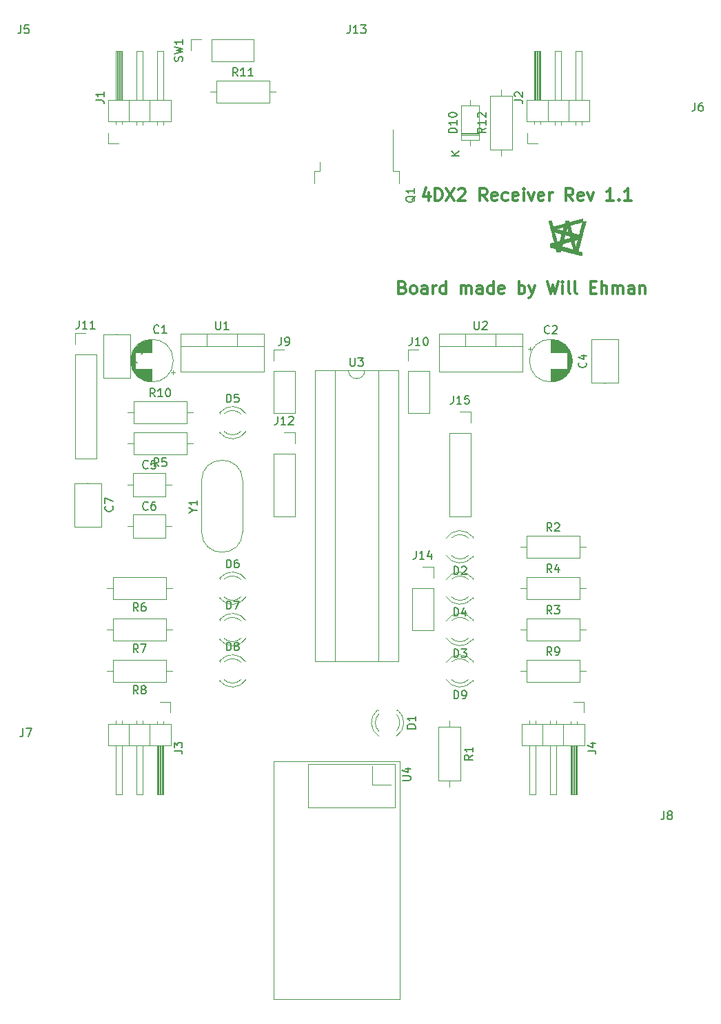
<source format=gbr>
G04 #@! TF.GenerationSoftware,KiCad,Pcbnew,(5.0.2)-1*
G04 #@! TF.CreationDate,2019-02-16T17:12:47-07:00*
G04 #@! TF.ProjectId,Receiver,52656365-6976-4657-922e-6b696361645f,rev?*
G04 #@! TF.SameCoordinates,Original*
G04 #@! TF.FileFunction,Legend,Top*
G04 #@! TF.FilePolarity,Positive*
%FSLAX46Y46*%
G04 Gerber Fmt 4.6, Leading zero omitted, Abs format (unit mm)*
G04 Created by KiCad (PCBNEW (5.0.2)-1) date 2/16/2019 5:12:47 PM*
%MOMM*%
%LPD*%
G01*
G04 APERTURE LIST*
%ADD10C,0.300000*%
%ADD11C,0.120000*%
%ADD12C,0.010000*%
%ADD13C,0.150000*%
%ADD14C,1.702000*%
%ADD15R,1.702000X1.702000*%
%ADD16O,1.702000X1.702000*%
%ADD17R,1.902000X1.902000*%
%ADD18C,1.902000*%
%ADD19O,1.802000X1.802000*%
%ADD20R,1.802000X1.802000*%
%ADD21C,6.101480*%
%ADD22R,6.101480X6.101480*%
%ADD23R,0.902000X4.702000*%
%ADD24R,10.902000X9.502000*%
%ADD25R,2.007000X2.102000*%
%ADD26O,2.007000X2.102000*%
%ADD27R,1.626000X1.626000*%
%ADD28C,1.626000*%
%ADD29C,1.602000*%
%ADD30C,0.902000*%
%ADD31C,6.102000*%
G04 APERTURE END LIST*
D10*
X154267142Y-64662857D02*
X154481428Y-64734285D01*
X154552857Y-64805714D01*
X154624285Y-64948571D01*
X154624285Y-65162857D01*
X154552857Y-65305714D01*
X154481428Y-65377142D01*
X154338571Y-65448571D01*
X153767142Y-65448571D01*
X153767142Y-63948571D01*
X154267142Y-63948571D01*
X154410000Y-64020000D01*
X154481428Y-64091428D01*
X154552857Y-64234285D01*
X154552857Y-64377142D01*
X154481428Y-64520000D01*
X154410000Y-64591428D01*
X154267142Y-64662857D01*
X153767142Y-64662857D01*
X155481428Y-65448571D02*
X155338571Y-65377142D01*
X155267142Y-65305714D01*
X155195714Y-65162857D01*
X155195714Y-64734285D01*
X155267142Y-64591428D01*
X155338571Y-64520000D01*
X155481428Y-64448571D01*
X155695714Y-64448571D01*
X155838571Y-64520000D01*
X155910000Y-64591428D01*
X155981428Y-64734285D01*
X155981428Y-65162857D01*
X155910000Y-65305714D01*
X155838571Y-65377142D01*
X155695714Y-65448571D01*
X155481428Y-65448571D01*
X157267142Y-65448571D02*
X157267142Y-64662857D01*
X157195714Y-64520000D01*
X157052857Y-64448571D01*
X156767142Y-64448571D01*
X156624285Y-64520000D01*
X157267142Y-65377142D02*
X157124285Y-65448571D01*
X156767142Y-65448571D01*
X156624285Y-65377142D01*
X156552857Y-65234285D01*
X156552857Y-65091428D01*
X156624285Y-64948571D01*
X156767142Y-64877142D01*
X157124285Y-64877142D01*
X157267142Y-64805714D01*
X157981428Y-65448571D02*
X157981428Y-64448571D01*
X157981428Y-64734285D02*
X158052857Y-64591428D01*
X158124285Y-64520000D01*
X158267142Y-64448571D01*
X158410000Y-64448571D01*
X159552857Y-65448571D02*
X159552857Y-63948571D01*
X159552857Y-65377142D02*
X159410000Y-65448571D01*
X159124285Y-65448571D01*
X158981428Y-65377142D01*
X158910000Y-65305714D01*
X158838571Y-65162857D01*
X158838571Y-64734285D01*
X158910000Y-64591428D01*
X158981428Y-64520000D01*
X159124285Y-64448571D01*
X159410000Y-64448571D01*
X159552857Y-64520000D01*
X161410000Y-65448571D02*
X161410000Y-64448571D01*
X161410000Y-64591428D02*
X161481428Y-64520000D01*
X161624285Y-64448571D01*
X161838571Y-64448571D01*
X161981428Y-64520000D01*
X162052857Y-64662857D01*
X162052857Y-65448571D01*
X162052857Y-64662857D02*
X162124285Y-64520000D01*
X162267142Y-64448571D01*
X162481428Y-64448571D01*
X162624285Y-64520000D01*
X162695714Y-64662857D01*
X162695714Y-65448571D01*
X164052857Y-65448571D02*
X164052857Y-64662857D01*
X163981428Y-64520000D01*
X163838571Y-64448571D01*
X163552857Y-64448571D01*
X163410000Y-64520000D01*
X164052857Y-65377142D02*
X163910000Y-65448571D01*
X163552857Y-65448571D01*
X163410000Y-65377142D01*
X163338571Y-65234285D01*
X163338571Y-65091428D01*
X163410000Y-64948571D01*
X163552857Y-64877142D01*
X163910000Y-64877142D01*
X164052857Y-64805714D01*
X165410000Y-65448571D02*
X165410000Y-63948571D01*
X165410000Y-65377142D02*
X165267142Y-65448571D01*
X164981428Y-65448571D01*
X164838571Y-65377142D01*
X164767142Y-65305714D01*
X164695714Y-65162857D01*
X164695714Y-64734285D01*
X164767142Y-64591428D01*
X164838571Y-64520000D01*
X164981428Y-64448571D01*
X165267142Y-64448571D01*
X165410000Y-64520000D01*
X166695714Y-65377142D02*
X166552857Y-65448571D01*
X166267142Y-65448571D01*
X166124285Y-65377142D01*
X166052857Y-65234285D01*
X166052857Y-64662857D01*
X166124285Y-64520000D01*
X166267142Y-64448571D01*
X166552857Y-64448571D01*
X166695714Y-64520000D01*
X166767142Y-64662857D01*
X166767142Y-64805714D01*
X166052857Y-64948571D01*
X168552857Y-65448571D02*
X168552857Y-63948571D01*
X168552857Y-64520000D02*
X168695714Y-64448571D01*
X168981428Y-64448571D01*
X169124285Y-64520000D01*
X169195714Y-64591428D01*
X169267142Y-64734285D01*
X169267142Y-65162857D01*
X169195714Y-65305714D01*
X169124285Y-65377142D01*
X168981428Y-65448571D01*
X168695714Y-65448571D01*
X168552857Y-65377142D01*
X169767142Y-64448571D02*
X170124285Y-65448571D01*
X170481428Y-64448571D02*
X170124285Y-65448571D01*
X169981428Y-65805714D01*
X169910000Y-65877142D01*
X169767142Y-65948571D01*
X172052857Y-63948571D02*
X172410000Y-65448571D01*
X172695714Y-64377142D01*
X172981428Y-65448571D01*
X173338571Y-63948571D01*
X173910000Y-65448571D02*
X173910000Y-64448571D01*
X173910000Y-63948571D02*
X173838571Y-64020000D01*
X173910000Y-64091428D01*
X173981428Y-64020000D01*
X173910000Y-63948571D01*
X173910000Y-64091428D01*
X174838571Y-65448571D02*
X174695714Y-65377142D01*
X174624285Y-65234285D01*
X174624285Y-63948571D01*
X175624285Y-65448571D02*
X175481428Y-65377142D01*
X175410000Y-65234285D01*
X175410000Y-63948571D01*
X177338571Y-64662857D02*
X177838571Y-64662857D01*
X178052857Y-65448571D02*
X177338571Y-65448571D01*
X177338571Y-63948571D01*
X178052857Y-63948571D01*
X178695714Y-65448571D02*
X178695714Y-63948571D01*
X179338571Y-65448571D02*
X179338571Y-64662857D01*
X179267142Y-64520000D01*
X179124285Y-64448571D01*
X178910000Y-64448571D01*
X178767142Y-64520000D01*
X178695714Y-64591428D01*
X180052857Y-65448571D02*
X180052857Y-64448571D01*
X180052857Y-64591428D02*
X180124285Y-64520000D01*
X180267142Y-64448571D01*
X180481428Y-64448571D01*
X180624285Y-64520000D01*
X180695714Y-64662857D01*
X180695714Y-65448571D01*
X180695714Y-64662857D02*
X180767142Y-64520000D01*
X180910000Y-64448571D01*
X181124285Y-64448571D01*
X181267142Y-64520000D01*
X181338571Y-64662857D01*
X181338571Y-65448571D01*
X182695714Y-65448571D02*
X182695714Y-64662857D01*
X182624285Y-64520000D01*
X182481428Y-64448571D01*
X182195714Y-64448571D01*
X182052857Y-64520000D01*
X182695714Y-65377142D02*
X182552857Y-65448571D01*
X182195714Y-65448571D01*
X182052857Y-65377142D01*
X181981428Y-65234285D01*
X181981428Y-65091428D01*
X182052857Y-64948571D01*
X182195714Y-64877142D01*
X182552857Y-64877142D01*
X182695714Y-64805714D01*
X183410000Y-64448571D02*
X183410000Y-65448571D01*
X183410000Y-64591428D02*
X183481428Y-64520000D01*
X183624285Y-64448571D01*
X183838571Y-64448571D01*
X183981428Y-64520000D01*
X184052857Y-64662857D01*
X184052857Y-65448571D01*
X157473571Y-53018571D02*
X157473571Y-54018571D01*
X157116428Y-52447142D02*
X156759285Y-53518571D01*
X157687857Y-53518571D01*
X158259285Y-54018571D02*
X158259285Y-52518571D01*
X158616428Y-52518571D01*
X158830714Y-52590000D01*
X158973571Y-52732857D01*
X159045000Y-52875714D01*
X159116428Y-53161428D01*
X159116428Y-53375714D01*
X159045000Y-53661428D01*
X158973571Y-53804285D01*
X158830714Y-53947142D01*
X158616428Y-54018571D01*
X158259285Y-54018571D01*
X159616428Y-52518571D02*
X160616428Y-54018571D01*
X160616428Y-52518571D02*
X159616428Y-54018571D01*
X161116428Y-52661428D02*
X161187857Y-52590000D01*
X161330714Y-52518571D01*
X161687857Y-52518571D01*
X161830714Y-52590000D01*
X161902142Y-52661428D01*
X161973571Y-52804285D01*
X161973571Y-52947142D01*
X161902142Y-53161428D01*
X161045000Y-54018571D01*
X161973571Y-54018571D01*
X164616428Y-54018571D02*
X164116428Y-53304285D01*
X163759285Y-54018571D02*
X163759285Y-52518571D01*
X164330714Y-52518571D01*
X164473571Y-52590000D01*
X164545000Y-52661428D01*
X164616428Y-52804285D01*
X164616428Y-53018571D01*
X164545000Y-53161428D01*
X164473571Y-53232857D01*
X164330714Y-53304285D01*
X163759285Y-53304285D01*
X165830714Y-53947142D02*
X165687857Y-54018571D01*
X165402142Y-54018571D01*
X165259285Y-53947142D01*
X165187857Y-53804285D01*
X165187857Y-53232857D01*
X165259285Y-53090000D01*
X165402142Y-53018571D01*
X165687857Y-53018571D01*
X165830714Y-53090000D01*
X165902142Y-53232857D01*
X165902142Y-53375714D01*
X165187857Y-53518571D01*
X167187857Y-53947142D02*
X167045000Y-54018571D01*
X166759285Y-54018571D01*
X166616428Y-53947142D01*
X166545000Y-53875714D01*
X166473571Y-53732857D01*
X166473571Y-53304285D01*
X166545000Y-53161428D01*
X166616428Y-53090000D01*
X166759285Y-53018571D01*
X167045000Y-53018571D01*
X167187857Y-53090000D01*
X168402142Y-53947142D02*
X168259285Y-54018571D01*
X167973571Y-54018571D01*
X167830714Y-53947142D01*
X167759285Y-53804285D01*
X167759285Y-53232857D01*
X167830714Y-53090000D01*
X167973571Y-53018571D01*
X168259285Y-53018571D01*
X168402142Y-53090000D01*
X168473571Y-53232857D01*
X168473571Y-53375714D01*
X167759285Y-53518571D01*
X169116428Y-54018571D02*
X169116428Y-53018571D01*
X169116428Y-52518571D02*
X169045000Y-52590000D01*
X169116428Y-52661428D01*
X169187857Y-52590000D01*
X169116428Y-52518571D01*
X169116428Y-52661428D01*
X169687857Y-53018571D02*
X170045000Y-54018571D01*
X170402142Y-53018571D01*
X171545000Y-53947142D02*
X171402142Y-54018571D01*
X171116428Y-54018571D01*
X170973571Y-53947142D01*
X170902142Y-53804285D01*
X170902142Y-53232857D01*
X170973571Y-53090000D01*
X171116428Y-53018571D01*
X171402142Y-53018571D01*
X171545000Y-53090000D01*
X171616428Y-53232857D01*
X171616428Y-53375714D01*
X170902142Y-53518571D01*
X172259285Y-54018571D02*
X172259285Y-53018571D01*
X172259285Y-53304285D02*
X172330714Y-53161428D01*
X172402142Y-53090000D01*
X172545000Y-53018571D01*
X172687857Y-53018571D01*
X175187857Y-54018571D02*
X174687857Y-53304285D01*
X174330714Y-54018571D02*
X174330714Y-52518571D01*
X174902142Y-52518571D01*
X175045000Y-52590000D01*
X175116428Y-52661428D01*
X175187857Y-52804285D01*
X175187857Y-53018571D01*
X175116428Y-53161428D01*
X175045000Y-53232857D01*
X174902142Y-53304285D01*
X174330714Y-53304285D01*
X176402142Y-53947142D02*
X176259285Y-54018571D01*
X175973571Y-54018571D01*
X175830714Y-53947142D01*
X175759285Y-53804285D01*
X175759285Y-53232857D01*
X175830714Y-53090000D01*
X175973571Y-53018571D01*
X176259285Y-53018571D01*
X176402142Y-53090000D01*
X176473571Y-53232857D01*
X176473571Y-53375714D01*
X175759285Y-53518571D01*
X176973571Y-53018571D02*
X177330714Y-54018571D01*
X177687857Y-53018571D01*
X180187857Y-54018571D02*
X179330714Y-54018571D01*
X179759285Y-54018571D02*
X179759285Y-52518571D01*
X179616428Y-52732857D01*
X179473571Y-52875714D01*
X179330714Y-52947142D01*
X180830714Y-53875714D02*
X180902142Y-53947142D01*
X180830714Y-54018571D01*
X180759285Y-53947142D01*
X180830714Y-53875714D01*
X180830714Y-54018571D01*
X182330714Y-54018571D02*
X181473571Y-54018571D01*
X181902142Y-54018571D02*
X181902142Y-52518571D01*
X181759285Y-52732857D01*
X181616428Y-52875714D01*
X181473571Y-52947142D01*
D11*
G04 #@! TO.C,C1*
X126014775Y-75385000D02*
X126014775Y-74885000D01*
X126264775Y-75135000D02*
X125764775Y-75135000D01*
X120859000Y-73944000D02*
X120859000Y-73376000D01*
X120899000Y-74178000D02*
X120899000Y-73142000D01*
X120939000Y-74337000D02*
X120939000Y-72983000D01*
X120979000Y-74465000D02*
X120979000Y-72855000D01*
X121019000Y-74575000D02*
X121019000Y-72745000D01*
X121059000Y-74671000D02*
X121059000Y-72649000D01*
X121099000Y-74758000D02*
X121099000Y-72562000D01*
X121139000Y-74838000D02*
X121139000Y-72482000D01*
X121179000Y-74911000D02*
X121179000Y-72409000D01*
X121219000Y-74979000D02*
X121219000Y-72341000D01*
X121259000Y-75043000D02*
X121259000Y-72277000D01*
X121299000Y-75103000D02*
X121299000Y-72217000D01*
X121339000Y-75160000D02*
X121339000Y-72160000D01*
X121379000Y-75214000D02*
X121379000Y-72106000D01*
X121419000Y-75265000D02*
X121419000Y-72055000D01*
X121459000Y-72620000D02*
X121459000Y-72007000D01*
X121459000Y-75313000D02*
X121459000Y-74700000D01*
X121499000Y-72620000D02*
X121499000Y-71961000D01*
X121499000Y-75359000D02*
X121499000Y-74700000D01*
X121539000Y-72620000D02*
X121539000Y-71917000D01*
X121539000Y-75403000D02*
X121539000Y-74700000D01*
X121579000Y-72620000D02*
X121579000Y-71875000D01*
X121579000Y-75445000D02*
X121579000Y-74700000D01*
X121619000Y-72620000D02*
X121619000Y-71834000D01*
X121619000Y-75486000D02*
X121619000Y-74700000D01*
X121659000Y-72620000D02*
X121659000Y-71796000D01*
X121659000Y-75524000D02*
X121659000Y-74700000D01*
X121699000Y-72620000D02*
X121699000Y-71759000D01*
X121699000Y-75561000D02*
X121699000Y-74700000D01*
X121739000Y-72620000D02*
X121739000Y-71723000D01*
X121739000Y-75597000D02*
X121739000Y-74700000D01*
X121779000Y-72620000D02*
X121779000Y-71689000D01*
X121779000Y-75631000D02*
X121779000Y-74700000D01*
X121819000Y-72620000D02*
X121819000Y-71656000D01*
X121819000Y-75664000D02*
X121819000Y-74700000D01*
X121859000Y-72620000D02*
X121859000Y-71625000D01*
X121859000Y-75695000D02*
X121859000Y-74700000D01*
X121899000Y-72620000D02*
X121899000Y-71595000D01*
X121899000Y-75725000D02*
X121899000Y-74700000D01*
X121939000Y-72620000D02*
X121939000Y-71565000D01*
X121939000Y-75755000D02*
X121939000Y-74700000D01*
X121979000Y-72620000D02*
X121979000Y-71538000D01*
X121979000Y-75782000D02*
X121979000Y-74700000D01*
X122019000Y-72620000D02*
X122019000Y-71511000D01*
X122019000Y-75809000D02*
X122019000Y-74700000D01*
X122059000Y-72620000D02*
X122059000Y-71485000D01*
X122059000Y-75835000D02*
X122059000Y-74700000D01*
X122099000Y-72620000D02*
X122099000Y-71460000D01*
X122099000Y-75860000D02*
X122099000Y-74700000D01*
X122139000Y-72620000D02*
X122139000Y-71436000D01*
X122139000Y-75884000D02*
X122139000Y-74700000D01*
X122179000Y-72620000D02*
X122179000Y-71413000D01*
X122179000Y-75907000D02*
X122179000Y-74700000D01*
X122219000Y-72620000D02*
X122219000Y-71392000D01*
X122219000Y-75928000D02*
X122219000Y-74700000D01*
X122259000Y-72620000D02*
X122259000Y-71370000D01*
X122259000Y-75950000D02*
X122259000Y-74700000D01*
X122299000Y-72620000D02*
X122299000Y-71350000D01*
X122299000Y-75970000D02*
X122299000Y-74700000D01*
X122339000Y-72620000D02*
X122339000Y-71331000D01*
X122339000Y-75989000D02*
X122339000Y-74700000D01*
X122379000Y-72620000D02*
X122379000Y-71312000D01*
X122379000Y-76008000D02*
X122379000Y-74700000D01*
X122419000Y-72620000D02*
X122419000Y-71295000D01*
X122419000Y-76025000D02*
X122419000Y-74700000D01*
X122459000Y-72620000D02*
X122459000Y-71278000D01*
X122459000Y-76042000D02*
X122459000Y-74700000D01*
X122499000Y-72620000D02*
X122499000Y-71262000D01*
X122499000Y-76058000D02*
X122499000Y-74700000D01*
X122539000Y-72620000D02*
X122539000Y-71246000D01*
X122539000Y-76074000D02*
X122539000Y-74700000D01*
X122579000Y-72620000D02*
X122579000Y-71232000D01*
X122579000Y-76088000D02*
X122579000Y-74700000D01*
X122619000Y-72620000D02*
X122619000Y-71218000D01*
X122619000Y-76102000D02*
X122619000Y-74700000D01*
X122659000Y-72620000D02*
X122659000Y-71205000D01*
X122659000Y-76115000D02*
X122659000Y-74700000D01*
X122699000Y-72620000D02*
X122699000Y-71192000D01*
X122699000Y-76128000D02*
X122699000Y-74700000D01*
X122739000Y-72620000D02*
X122739000Y-71180000D01*
X122739000Y-76140000D02*
X122739000Y-74700000D01*
X122780000Y-72620000D02*
X122780000Y-71169000D01*
X122780000Y-76151000D02*
X122780000Y-74700000D01*
X122820000Y-72620000D02*
X122820000Y-71159000D01*
X122820000Y-76161000D02*
X122820000Y-74700000D01*
X122860000Y-72620000D02*
X122860000Y-71149000D01*
X122860000Y-76171000D02*
X122860000Y-74700000D01*
X122900000Y-72620000D02*
X122900000Y-71140000D01*
X122900000Y-76180000D02*
X122900000Y-74700000D01*
X122940000Y-72620000D02*
X122940000Y-71132000D01*
X122940000Y-76188000D02*
X122940000Y-74700000D01*
X122980000Y-72620000D02*
X122980000Y-71124000D01*
X122980000Y-76196000D02*
X122980000Y-74700000D01*
X123020000Y-72620000D02*
X123020000Y-71117000D01*
X123020000Y-76203000D02*
X123020000Y-74700000D01*
X123060000Y-72620000D02*
X123060000Y-71110000D01*
X123060000Y-76210000D02*
X123060000Y-74700000D01*
X123100000Y-72620000D02*
X123100000Y-71104000D01*
X123100000Y-76216000D02*
X123100000Y-74700000D01*
X123140000Y-72620000D02*
X123140000Y-71099000D01*
X123140000Y-76221000D02*
X123140000Y-74700000D01*
X123180000Y-72620000D02*
X123180000Y-71095000D01*
X123180000Y-76225000D02*
X123180000Y-74700000D01*
X123220000Y-72620000D02*
X123220000Y-71091000D01*
X123220000Y-76229000D02*
X123220000Y-74700000D01*
X123260000Y-72620000D02*
X123260000Y-71087000D01*
X123260000Y-76233000D02*
X123260000Y-74700000D01*
X123300000Y-72620000D02*
X123300000Y-71084000D01*
X123300000Y-76236000D02*
X123300000Y-74700000D01*
X123340000Y-72620000D02*
X123340000Y-71082000D01*
X123340000Y-76238000D02*
X123340000Y-74700000D01*
X123380000Y-72620000D02*
X123380000Y-71081000D01*
X123380000Y-76239000D02*
X123380000Y-74700000D01*
X123420000Y-76240000D02*
X123420000Y-74700000D01*
X123420000Y-72620000D02*
X123420000Y-71080000D01*
X123460000Y-76240000D02*
X123460000Y-74700000D01*
X123460000Y-72620000D02*
X123460000Y-71080000D01*
X126080000Y-73660000D02*
G75*
G03X126080000Y-73660000I-2620000J0D01*
G01*
G04 #@! TO.C,C2*
X175070000Y-73660000D02*
G75*
G03X175070000Y-73660000I-2620000J0D01*
G01*
X172450000Y-74700000D02*
X172450000Y-76240000D01*
X172450000Y-71080000D02*
X172450000Y-72620000D01*
X172490000Y-74700000D02*
X172490000Y-76240000D01*
X172490000Y-71080000D02*
X172490000Y-72620000D01*
X172530000Y-71081000D02*
X172530000Y-72620000D01*
X172530000Y-74700000D02*
X172530000Y-76239000D01*
X172570000Y-71082000D02*
X172570000Y-72620000D01*
X172570000Y-74700000D02*
X172570000Y-76238000D01*
X172610000Y-71084000D02*
X172610000Y-72620000D01*
X172610000Y-74700000D02*
X172610000Y-76236000D01*
X172650000Y-71087000D02*
X172650000Y-72620000D01*
X172650000Y-74700000D02*
X172650000Y-76233000D01*
X172690000Y-71091000D02*
X172690000Y-72620000D01*
X172690000Y-74700000D02*
X172690000Y-76229000D01*
X172730000Y-71095000D02*
X172730000Y-72620000D01*
X172730000Y-74700000D02*
X172730000Y-76225000D01*
X172770000Y-71099000D02*
X172770000Y-72620000D01*
X172770000Y-74700000D02*
X172770000Y-76221000D01*
X172810000Y-71104000D02*
X172810000Y-72620000D01*
X172810000Y-74700000D02*
X172810000Y-76216000D01*
X172850000Y-71110000D02*
X172850000Y-72620000D01*
X172850000Y-74700000D02*
X172850000Y-76210000D01*
X172890000Y-71117000D02*
X172890000Y-72620000D01*
X172890000Y-74700000D02*
X172890000Y-76203000D01*
X172930000Y-71124000D02*
X172930000Y-72620000D01*
X172930000Y-74700000D02*
X172930000Y-76196000D01*
X172970000Y-71132000D02*
X172970000Y-72620000D01*
X172970000Y-74700000D02*
X172970000Y-76188000D01*
X173010000Y-71140000D02*
X173010000Y-72620000D01*
X173010000Y-74700000D02*
X173010000Y-76180000D01*
X173050000Y-71149000D02*
X173050000Y-72620000D01*
X173050000Y-74700000D02*
X173050000Y-76171000D01*
X173090000Y-71159000D02*
X173090000Y-72620000D01*
X173090000Y-74700000D02*
X173090000Y-76161000D01*
X173130000Y-71169000D02*
X173130000Y-72620000D01*
X173130000Y-74700000D02*
X173130000Y-76151000D01*
X173171000Y-71180000D02*
X173171000Y-72620000D01*
X173171000Y-74700000D02*
X173171000Y-76140000D01*
X173211000Y-71192000D02*
X173211000Y-72620000D01*
X173211000Y-74700000D02*
X173211000Y-76128000D01*
X173251000Y-71205000D02*
X173251000Y-72620000D01*
X173251000Y-74700000D02*
X173251000Y-76115000D01*
X173291000Y-71218000D02*
X173291000Y-72620000D01*
X173291000Y-74700000D02*
X173291000Y-76102000D01*
X173331000Y-71232000D02*
X173331000Y-72620000D01*
X173331000Y-74700000D02*
X173331000Y-76088000D01*
X173371000Y-71246000D02*
X173371000Y-72620000D01*
X173371000Y-74700000D02*
X173371000Y-76074000D01*
X173411000Y-71262000D02*
X173411000Y-72620000D01*
X173411000Y-74700000D02*
X173411000Y-76058000D01*
X173451000Y-71278000D02*
X173451000Y-72620000D01*
X173451000Y-74700000D02*
X173451000Y-76042000D01*
X173491000Y-71295000D02*
X173491000Y-72620000D01*
X173491000Y-74700000D02*
X173491000Y-76025000D01*
X173531000Y-71312000D02*
X173531000Y-72620000D01*
X173531000Y-74700000D02*
X173531000Y-76008000D01*
X173571000Y-71331000D02*
X173571000Y-72620000D01*
X173571000Y-74700000D02*
X173571000Y-75989000D01*
X173611000Y-71350000D02*
X173611000Y-72620000D01*
X173611000Y-74700000D02*
X173611000Y-75970000D01*
X173651000Y-71370000D02*
X173651000Y-72620000D01*
X173651000Y-74700000D02*
X173651000Y-75950000D01*
X173691000Y-71392000D02*
X173691000Y-72620000D01*
X173691000Y-74700000D02*
X173691000Y-75928000D01*
X173731000Y-71413000D02*
X173731000Y-72620000D01*
X173731000Y-74700000D02*
X173731000Y-75907000D01*
X173771000Y-71436000D02*
X173771000Y-72620000D01*
X173771000Y-74700000D02*
X173771000Y-75884000D01*
X173811000Y-71460000D02*
X173811000Y-72620000D01*
X173811000Y-74700000D02*
X173811000Y-75860000D01*
X173851000Y-71485000D02*
X173851000Y-72620000D01*
X173851000Y-74700000D02*
X173851000Y-75835000D01*
X173891000Y-71511000D02*
X173891000Y-72620000D01*
X173891000Y-74700000D02*
X173891000Y-75809000D01*
X173931000Y-71538000D02*
X173931000Y-72620000D01*
X173931000Y-74700000D02*
X173931000Y-75782000D01*
X173971000Y-71565000D02*
X173971000Y-72620000D01*
X173971000Y-74700000D02*
X173971000Y-75755000D01*
X174011000Y-71595000D02*
X174011000Y-72620000D01*
X174011000Y-74700000D02*
X174011000Y-75725000D01*
X174051000Y-71625000D02*
X174051000Y-72620000D01*
X174051000Y-74700000D02*
X174051000Y-75695000D01*
X174091000Y-71656000D02*
X174091000Y-72620000D01*
X174091000Y-74700000D02*
X174091000Y-75664000D01*
X174131000Y-71689000D02*
X174131000Y-72620000D01*
X174131000Y-74700000D02*
X174131000Y-75631000D01*
X174171000Y-71723000D02*
X174171000Y-72620000D01*
X174171000Y-74700000D02*
X174171000Y-75597000D01*
X174211000Y-71759000D02*
X174211000Y-72620000D01*
X174211000Y-74700000D02*
X174211000Y-75561000D01*
X174251000Y-71796000D02*
X174251000Y-72620000D01*
X174251000Y-74700000D02*
X174251000Y-75524000D01*
X174291000Y-71834000D02*
X174291000Y-72620000D01*
X174291000Y-74700000D02*
X174291000Y-75486000D01*
X174331000Y-71875000D02*
X174331000Y-72620000D01*
X174331000Y-74700000D02*
X174331000Y-75445000D01*
X174371000Y-71917000D02*
X174371000Y-72620000D01*
X174371000Y-74700000D02*
X174371000Y-75403000D01*
X174411000Y-71961000D02*
X174411000Y-72620000D01*
X174411000Y-74700000D02*
X174411000Y-75359000D01*
X174451000Y-72007000D02*
X174451000Y-72620000D01*
X174451000Y-74700000D02*
X174451000Y-75313000D01*
X174491000Y-72055000D02*
X174491000Y-75265000D01*
X174531000Y-72106000D02*
X174531000Y-75214000D01*
X174571000Y-72160000D02*
X174571000Y-75160000D01*
X174611000Y-72217000D02*
X174611000Y-75103000D01*
X174651000Y-72277000D02*
X174651000Y-75043000D01*
X174691000Y-72341000D02*
X174691000Y-74979000D01*
X174731000Y-72409000D02*
X174731000Y-74911000D01*
X174771000Y-72482000D02*
X174771000Y-74838000D01*
X174811000Y-72562000D02*
X174811000Y-74758000D01*
X174851000Y-72649000D02*
X174851000Y-74671000D01*
X174891000Y-72745000D02*
X174891000Y-74575000D01*
X174931000Y-72855000D02*
X174931000Y-74465000D01*
X174971000Y-72983000D02*
X174971000Y-74337000D01*
X175011000Y-73142000D02*
X175011000Y-74178000D01*
X175051000Y-73376000D02*
X175051000Y-73944000D01*
X169645225Y-72185000D02*
X170145225Y-72185000D01*
X169895225Y-71935000D02*
X169895225Y-72435000D01*
G04 #@! TO.C,C3*
X119126000Y-75802000D02*
X119126000Y-75762000D01*
X119126000Y-70382000D02*
X119126000Y-70422000D01*
X120796000Y-75762000D02*
X120796000Y-70422000D01*
X117456000Y-75762000D02*
X120796000Y-75762000D01*
X117456000Y-70422000D02*
X117456000Y-75762000D01*
X120796000Y-70422000D02*
X117456000Y-70422000D01*
G04 #@! TO.C,C4*
X177400000Y-76390000D02*
X180740000Y-76390000D01*
X180740000Y-76390000D02*
X180740000Y-71050000D01*
X180740000Y-71050000D02*
X177400000Y-71050000D01*
X177400000Y-71050000D02*
X177400000Y-76390000D01*
X179070000Y-76430000D02*
X179070000Y-76390000D01*
X179070000Y-71010000D02*
X179070000Y-71050000D01*
G04 #@! TO.C,C5*
X121110000Y-87480000D02*
X121110000Y-90320000D01*
X121110000Y-90320000D02*
X125150000Y-90320000D01*
X125150000Y-90320000D02*
X125150000Y-87480000D01*
X125150000Y-87480000D02*
X121110000Y-87480000D01*
X120420000Y-88900000D02*
X121110000Y-88900000D01*
X125840000Y-88900000D02*
X125150000Y-88900000D01*
G04 #@! TO.C,C6*
X125840000Y-93980000D02*
X125150000Y-93980000D01*
X120420000Y-93980000D02*
X121110000Y-93980000D01*
X125150000Y-92560000D02*
X121110000Y-92560000D01*
X125150000Y-95400000D02*
X125150000Y-92560000D01*
X121110000Y-95400000D02*
X125150000Y-95400000D01*
X121110000Y-92560000D02*
X121110000Y-95400000D01*
G04 #@! TO.C,C7*
X117240000Y-88710000D02*
X113900000Y-88710000D01*
X113900000Y-88710000D02*
X113900000Y-94050000D01*
X113900000Y-94050000D02*
X117240000Y-94050000D01*
X117240000Y-94050000D02*
X117240000Y-88710000D01*
X115570000Y-88670000D02*
X115570000Y-88710000D01*
X115570000Y-94090000D02*
X115570000Y-94050000D01*
G04 #@! TO.C,D1*
X153478608Y-119782335D02*
G75*
G03X153635516Y-116550000I-1078608J1672335D01*
G01*
X151321392Y-119782335D02*
G75*
G02X151164484Y-116550000I1078608J1672335D01*
G01*
X153479837Y-119151130D02*
G75*
G03X153480000Y-117069039I-1079837J1041130D01*
G01*
X151320163Y-119151130D02*
G75*
G02X151320000Y-117069039I1079837J1041130D01*
G01*
X153636000Y-116550000D02*
X153480000Y-116550000D01*
X151320000Y-116550000D02*
X151164000Y-116550000D01*
G04 #@! TO.C,D2*
X162850000Y-95440000D02*
X162850000Y-95284000D01*
X162850000Y-97756000D02*
X162850000Y-97600000D01*
X160248870Y-95440163D02*
G75*
G02X162330961Y-95440000I1041130J-1079837D01*
G01*
X160248870Y-97599837D02*
G75*
G03X162330961Y-97600000I1041130J1079837D01*
G01*
X159617665Y-95441392D02*
G75*
G02X162850000Y-95284484I1672335J-1078608D01*
G01*
X159617665Y-97598608D02*
G75*
G03X162850000Y-97755516I1672335J1078608D01*
G01*
G04 #@! TO.C,D3*
X162850000Y-105600000D02*
X162850000Y-105444000D01*
X162850000Y-107916000D02*
X162850000Y-107760000D01*
X160248870Y-105600163D02*
G75*
G02X162330961Y-105600000I1041130J-1079837D01*
G01*
X160248870Y-107759837D02*
G75*
G03X162330961Y-107760000I1041130J1079837D01*
G01*
X159617665Y-105601392D02*
G75*
G02X162850000Y-105444484I1672335J-1078608D01*
G01*
X159617665Y-107758608D02*
G75*
G03X162850000Y-107915516I1672335J1078608D01*
G01*
G04 #@! TO.C,D4*
X159617665Y-102678608D02*
G75*
G03X162850000Y-102835516I1672335J1078608D01*
G01*
X159617665Y-100521392D02*
G75*
G02X162850000Y-100364484I1672335J-1078608D01*
G01*
X160248870Y-102679837D02*
G75*
G03X162330961Y-102680000I1041130J1079837D01*
G01*
X160248870Y-100520163D02*
G75*
G02X162330961Y-100520000I1041130J-1079837D01*
G01*
X162850000Y-102836000D02*
X162850000Y-102680000D01*
X162850000Y-100520000D02*
X162850000Y-100364000D01*
G04 #@! TO.C,D5*
X135022335Y-80201392D02*
G75*
G03X131790000Y-80044484I-1672335J-1078608D01*
G01*
X135022335Y-82358608D02*
G75*
G02X131790000Y-82515516I-1672335J1078608D01*
G01*
X134391130Y-80200163D02*
G75*
G03X132309039Y-80200000I-1041130J-1079837D01*
G01*
X134391130Y-82359837D02*
G75*
G02X132309039Y-82360000I-1041130J1079837D01*
G01*
X131790000Y-80044000D02*
X131790000Y-80200000D01*
X131790000Y-82360000D02*
X131790000Y-82516000D01*
G04 #@! TO.C,D6*
X135022335Y-100521392D02*
G75*
G03X131790000Y-100364484I-1672335J-1078608D01*
G01*
X135022335Y-102678608D02*
G75*
G02X131790000Y-102835516I-1672335J1078608D01*
G01*
X134391130Y-100520163D02*
G75*
G03X132309039Y-100520000I-1041130J-1079837D01*
G01*
X134391130Y-102679837D02*
G75*
G02X132309039Y-102680000I-1041130J1079837D01*
G01*
X131790000Y-100364000D02*
X131790000Y-100520000D01*
X131790000Y-102680000D02*
X131790000Y-102836000D01*
G04 #@! TO.C,D7*
X135022335Y-105601392D02*
G75*
G03X131790000Y-105444484I-1672335J-1078608D01*
G01*
X135022335Y-107758608D02*
G75*
G02X131790000Y-107915516I-1672335J1078608D01*
G01*
X134391130Y-105600163D02*
G75*
G03X132309039Y-105600000I-1041130J-1079837D01*
G01*
X134391130Y-107759837D02*
G75*
G02X132309039Y-107760000I-1041130J1079837D01*
G01*
X131790000Y-105444000D02*
X131790000Y-105600000D01*
X131790000Y-107760000D02*
X131790000Y-107916000D01*
G04 #@! TO.C,D8*
X131790000Y-112840000D02*
X131790000Y-112996000D01*
X131790000Y-110524000D02*
X131790000Y-110680000D01*
X134391130Y-112839837D02*
G75*
G02X132309039Y-112840000I-1041130J1079837D01*
G01*
X134391130Y-110680163D02*
G75*
G03X132309039Y-110680000I-1041130J-1079837D01*
G01*
X135022335Y-112838608D02*
G75*
G02X131790000Y-112995516I-1672335J1078608D01*
G01*
X135022335Y-110681392D02*
G75*
G03X131790000Y-110524484I-1672335J-1078608D01*
G01*
G04 #@! TO.C,D9*
X162850000Y-110680000D02*
X162850000Y-110524000D01*
X162850000Y-112996000D02*
X162850000Y-112840000D01*
X160248870Y-110680163D02*
G75*
G02X162330961Y-110680000I1041130J-1079837D01*
G01*
X160248870Y-112839837D02*
G75*
G03X162330961Y-112840000I1041130J1079837D01*
G01*
X159617665Y-110681392D02*
G75*
G02X162850000Y-110524484I1672335J-1078608D01*
G01*
X159617665Y-112838608D02*
G75*
G03X162850000Y-112995516I1672335J1078608D01*
G01*
G04 #@! TO.C,D10*
X161440000Y-46570000D02*
X163680000Y-46570000D01*
X163680000Y-46570000D02*
X163680000Y-42330000D01*
X163680000Y-42330000D02*
X161440000Y-42330000D01*
X161440000Y-42330000D02*
X161440000Y-46570000D01*
X162560000Y-47220000D02*
X162560000Y-46570000D01*
X162560000Y-41680000D02*
X162560000Y-42330000D01*
X161440000Y-45850000D02*
X163680000Y-45850000D01*
X161440000Y-45730000D02*
X163680000Y-45730000D01*
X161440000Y-45970000D02*
X163680000Y-45970000D01*
G04 #@! TO.C,J1*
X118110000Y-46990000D02*
X118110000Y-45720000D01*
X119380000Y-46990000D02*
X118110000Y-46990000D01*
X124840000Y-44677071D02*
X124840000Y-44280000D01*
X124080000Y-44677071D02*
X124080000Y-44280000D01*
X124840000Y-35620000D02*
X124840000Y-41620000D01*
X124080000Y-35620000D02*
X124840000Y-35620000D01*
X124080000Y-41620000D02*
X124080000Y-35620000D01*
X123190000Y-44280000D02*
X123190000Y-41620000D01*
X122300000Y-44677071D02*
X122300000Y-44280000D01*
X121540000Y-44677071D02*
X121540000Y-44280000D01*
X122300000Y-35620000D02*
X122300000Y-41620000D01*
X121540000Y-35620000D02*
X122300000Y-35620000D01*
X121540000Y-41620000D02*
X121540000Y-35620000D01*
X120650000Y-44280000D02*
X120650000Y-41620000D01*
X119760000Y-44610000D02*
X119760000Y-44280000D01*
X119000000Y-44610000D02*
X119000000Y-44280000D01*
X119660000Y-41620000D02*
X119660000Y-35620000D01*
X119540000Y-41620000D02*
X119540000Y-35620000D01*
X119420000Y-41620000D02*
X119420000Y-35620000D01*
X119300000Y-41620000D02*
X119300000Y-35620000D01*
X119180000Y-41620000D02*
X119180000Y-35620000D01*
X119060000Y-41620000D02*
X119060000Y-35620000D01*
X119760000Y-35620000D02*
X119760000Y-41620000D01*
X119000000Y-35620000D02*
X119760000Y-35620000D01*
X119000000Y-41620000D02*
X119000000Y-35620000D01*
X118050000Y-41620000D02*
X118050000Y-44280000D01*
X125790000Y-41620000D02*
X118050000Y-41620000D01*
X125790000Y-44280000D02*
X125790000Y-41620000D01*
X118050000Y-44280000D02*
X125790000Y-44280000D01*
G04 #@! TO.C,J2*
X169485000Y-44280000D02*
X177225000Y-44280000D01*
X177225000Y-44280000D02*
X177225000Y-41620000D01*
X177225000Y-41620000D02*
X169485000Y-41620000D01*
X169485000Y-41620000D02*
X169485000Y-44280000D01*
X170435000Y-41620000D02*
X170435000Y-35620000D01*
X170435000Y-35620000D02*
X171195000Y-35620000D01*
X171195000Y-35620000D02*
X171195000Y-41620000D01*
X170495000Y-41620000D02*
X170495000Y-35620000D01*
X170615000Y-41620000D02*
X170615000Y-35620000D01*
X170735000Y-41620000D02*
X170735000Y-35620000D01*
X170855000Y-41620000D02*
X170855000Y-35620000D01*
X170975000Y-41620000D02*
X170975000Y-35620000D01*
X171095000Y-41620000D02*
X171095000Y-35620000D01*
X170435000Y-44610000D02*
X170435000Y-44280000D01*
X171195000Y-44610000D02*
X171195000Y-44280000D01*
X172085000Y-44280000D02*
X172085000Y-41620000D01*
X172975000Y-41620000D02*
X172975000Y-35620000D01*
X172975000Y-35620000D02*
X173735000Y-35620000D01*
X173735000Y-35620000D02*
X173735000Y-41620000D01*
X172975000Y-44677071D02*
X172975000Y-44280000D01*
X173735000Y-44677071D02*
X173735000Y-44280000D01*
X174625000Y-44280000D02*
X174625000Y-41620000D01*
X175515000Y-41620000D02*
X175515000Y-35620000D01*
X175515000Y-35620000D02*
X176275000Y-35620000D01*
X176275000Y-35620000D02*
X176275000Y-41620000D01*
X175515000Y-44677071D02*
X175515000Y-44280000D01*
X176275000Y-44677071D02*
X176275000Y-44280000D01*
X170815000Y-46990000D02*
X169545000Y-46990000D01*
X169545000Y-46990000D02*
X169545000Y-45720000D01*
G04 #@! TO.C,J3*
X125730000Y-115570000D02*
X125730000Y-116840000D01*
X124460000Y-115570000D02*
X125730000Y-115570000D01*
X119000000Y-117882929D02*
X119000000Y-118280000D01*
X119760000Y-117882929D02*
X119760000Y-118280000D01*
X119000000Y-126940000D02*
X119000000Y-120940000D01*
X119760000Y-126940000D02*
X119000000Y-126940000D01*
X119760000Y-120940000D02*
X119760000Y-126940000D01*
X120650000Y-118280000D02*
X120650000Y-120940000D01*
X121540000Y-117882929D02*
X121540000Y-118280000D01*
X122300000Y-117882929D02*
X122300000Y-118280000D01*
X121540000Y-126940000D02*
X121540000Y-120940000D01*
X122300000Y-126940000D02*
X121540000Y-126940000D01*
X122300000Y-120940000D02*
X122300000Y-126940000D01*
X123190000Y-118280000D02*
X123190000Y-120940000D01*
X124080000Y-117950000D02*
X124080000Y-118280000D01*
X124840000Y-117950000D02*
X124840000Y-118280000D01*
X124180000Y-120940000D02*
X124180000Y-126940000D01*
X124300000Y-120940000D02*
X124300000Y-126940000D01*
X124420000Y-120940000D02*
X124420000Y-126940000D01*
X124540000Y-120940000D02*
X124540000Y-126940000D01*
X124660000Y-120940000D02*
X124660000Y-126940000D01*
X124780000Y-120940000D02*
X124780000Y-126940000D01*
X124080000Y-126940000D02*
X124080000Y-120940000D01*
X124840000Y-126940000D02*
X124080000Y-126940000D01*
X124840000Y-120940000D02*
X124840000Y-126940000D01*
X125790000Y-120940000D02*
X125790000Y-118280000D01*
X118050000Y-120940000D02*
X125790000Y-120940000D01*
X118050000Y-118280000D02*
X118050000Y-120940000D01*
X125790000Y-118280000D02*
X118050000Y-118280000D01*
G04 #@! TO.C,J4*
X176590000Y-118280000D02*
X168850000Y-118280000D01*
X168850000Y-118280000D02*
X168850000Y-120940000D01*
X168850000Y-120940000D02*
X176590000Y-120940000D01*
X176590000Y-120940000D02*
X176590000Y-118280000D01*
X175640000Y-120940000D02*
X175640000Y-126940000D01*
X175640000Y-126940000D02*
X174880000Y-126940000D01*
X174880000Y-126940000D02*
X174880000Y-120940000D01*
X175580000Y-120940000D02*
X175580000Y-126940000D01*
X175460000Y-120940000D02*
X175460000Y-126940000D01*
X175340000Y-120940000D02*
X175340000Y-126940000D01*
X175220000Y-120940000D02*
X175220000Y-126940000D01*
X175100000Y-120940000D02*
X175100000Y-126940000D01*
X174980000Y-120940000D02*
X174980000Y-126940000D01*
X175640000Y-117950000D02*
X175640000Y-118280000D01*
X174880000Y-117950000D02*
X174880000Y-118280000D01*
X173990000Y-118280000D02*
X173990000Y-120940000D01*
X173100000Y-120940000D02*
X173100000Y-126940000D01*
X173100000Y-126940000D02*
X172340000Y-126940000D01*
X172340000Y-126940000D02*
X172340000Y-120940000D01*
X173100000Y-117882929D02*
X173100000Y-118280000D01*
X172340000Y-117882929D02*
X172340000Y-118280000D01*
X171450000Y-118280000D02*
X171450000Y-120940000D01*
X170560000Y-120940000D02*
X170560000Y-126940000D01*
X170560000Y-126940000D02*
X169800000Y-126940000D01*
X169800000Y-126940000D02*
X169800000Y-120940000D01*
X170560000Y-117882929D02*
X170560000Y-118280000D01*
X169800000Y-117882929D02*
X169800000Y-118280000D01*
X175260000Y-115570000D02*
X176530000Y-115570000D01*
X176530000Y-115570000D02*
X176530000Y-116840000D01*
G04 #@! TO.C,J9*
X138370000Y-80070000D02*
X141030000Y-80070000D01*
X138370000Y-74930000D02*
X138370000Y-80070000D01*
X141030000Y-74930000D02*
X141030000Y-80070000D01*
X138370000Y-74930000D02*
X141030000Y-74930000D01*
X138370000Y-73660000D02*
X138370000Y-72330000D01*
X138370000Y-72330000D02*
X139700000Y-72330000D01*
G04 #@! TO.C,J10*
X154880000Y-72330000D02*
X156210000Y-72330000D01*
X154880000Y-73660000D02*
X154880000Y-72330000D01*
X154880000Y-74930000D02*
X157540000Y-74930000D01*
X157540000Y-74930000D02*
X157540000Y-80070000D01*
X154880000Y-74930000D02*
X154880000Y-80070000D01*
X154880000Y-80070000D02*
X157540000Y-80070000D01*
G04 #@! TO.C,J11*
X113986000Y-85658000D02*
X116646000Y-85658000D01*
X113986000Y-72898000D02*
X113986000Y-85658000D01*
X116646000Y-72898000D02*
X116646000Y-85658000D01*
X113986000Y-72898000D02*
X116646000Y-72898000D01*
X113986000Y-71628000D02*
X113986000Y-70298000D01*
X113986000Y-70298000D02*
X115316000Y-70298000D01*
G04 #@! TO.C,J12*
X138370000Y-85090000D02*
X141030000Y-85090000D01*
X138370000Y-85090000D02*
X138370000Y-92770000D01*
X138370000Y-92770000D02*
X141030000Y-92770000D01*
X141030000Y-85090000D02*
X141030000Y-92770000D01*
X141030000Y-82490000D02*
X141030000Y-83820000D01*
X139700000Y-82490000D02*
X141030000Y-82490000D01*
G04 #@! TO.C,J14*
X155388000Y-101600000D02*
X158048000Y-101600000D01*
X155388000Y-101600000D02*
X155388000Y-106740000D01*
X155388000Y-106740000D02*
X158048000Y-106740000D01*
X158048000Y-101600000D02*
X158048000Y-106740000D01*
X158048000Y-99000000D02*
X158048000Y-100330000D01*
X156718000Y-99000000D02*
X158048000Y-99000000D01*
G04 #@! TO.C,J15*
X159960000Y-82550000D02*
X162620000Y-82550000D01*
X159960000Y-82550000D02*
X159960000Y-92770000D01*
X159960000Y-92770000D02*
X162620000Y-92770000D01*
X162620000Y-82550000D02*
X162620000Y-92770000D01*
X162620000Y-79950000D02*
X162620000Y-81280000D01*
X161290000Y-79950000D02*
X162620000Y-79950000D01*
G04 #@! TO.C,Q1*
X153790000Y-51890000D02*
X153790000Y-50390000D01*
X153790000Y-50390000D02*
X153100000Y-50390000D01*
X153100000Y-50390000D02*
X153100000Y-45265000D01*
X143390000Y-51890000D02*
X143390000Y-50390000D01*
X143390000Y-50390000D02*
X144080000Y-50390000D01*
X144080000Y-50390000D02*
X144080000Y-49290000D01*
G04 #@! TO.C,R1*
X160020000Y-125960000D02*
X160020000Y-125190000D01*
X160020000Y-117880000D02*
X160020000Y-118650000D01*
X161390000Y-125190000D02*
X161390000Y-118650000D01*
X158650000Y-125190000D02*
X161390000Y-125190000D01*
X158650000Y-118650000D02*
X158650000Y-125190000D01*
X161390000Y-118650000D02*
X158650000Y-118650000D01*
G04 #@! TO.C,R2*
X169450000Y-95150000D02*
X169450000Y-97890000D01*
X169450000Y-97890000D02*
X175990000Y-97890000D01*
X175990000Y-97890000D02*
X175990000Y-95150000D01*
X175990000Y-95150000D02*
X169450000Y-95150000D01*
X168680000Y-96520000D02*
X169450000Y-96520000D01*
X176760000Y-96520000D02*
X175990000Y-96520000D01*
G04 #@! TO.C,R3*
X169450000Y-105310000D02*
X169450000Y-108050000D01*
X169450000Y-108050000D02*
X175990000Y-108050000D01*
X175990000Y-108050000D02*
X175990000Y-105310000D01*
X175990000Y-105310000D02*
X169450000Y-105310000D01*
X168680000Y-106680000D02*
X169450000Y-106680000D01*
X176760000Y-106680000D02*
X175990000Y-106680000D01*
G04 #@! TO.C,R4*
X169450000Y-100230000D02*
X169450000Y-102970000D01*
X169450000Y-102970000D02*
X175990000Y-102970000D01*
X175990000Y-102970000D02*
X175990000Y-100230000D01*
X175990000Y-100230000D02*
X169450000Y-100230000D01*
X168680000Y-101600000D02*
X169450000Y-101600000D01*
X176760000Y-101600000D02*
X175990000Y-101600000D01*
G04 #@! TO.C,R5*
X120420000Y-83820000D02*
X121190000Y-83820000D01*
X128500000Y-83820000D02*
X127730000Y-83820000D01*
X121190000Y-85190000D02*
X127730000Y-85190000D01*
X121190000Y-82450000D02*
X121190000Y-85190000D01*
X127730000Y-82450000D02*
X121190000Y-82450000D01*
X127730000Y-85190000D02*
X127730000Y-82450000D01*
G04 #@! TO.C,R6*
X125190000Y-102970000D02*
X125190000Y-100230000D01*
X125190000Y-100230000D02*
X118650000Y-100230000D01*
X118650000Y-100230000D02*
X118650000Y-102970000D01*
X118650000Y-102970000D02*
X125190000Y-102970000D01*
X125960000Y-101600000D02*
X125190000Y-101600000D01*
X117880000Y-101600000D02*
X118650000Y-101600000D01*
G04 #@! TO.C,R7*
X125190000Y-108050000D02*
X125190000Y-105310000D01*
X125190000Y-105310000D02*
X118650000Y-105310000D01*
X118650000Y-105310000D02*
X118650000Y-108050000D01*
X118650000Y-108050000D02*
X125190000Y-108050000D01*
X125960000Y-106680000D02*
X125190000Y-106680000D01*
X117880000Y-106680000D02*
X118650000Y-106680000D01*
G04 #@! TO.C,R8*
X117880000Y-111760000D02*
X118650000Y-111760000D01*
X125960000Y-111760000D02*
X125190000Y-111760000D01*
X118650000Y-113130000D02*
X125190000Y-113130000D01*
X118650000Y-110390000D02*
X118650000Y-113130000D01*
X125190000Y-110390000D02*
X118650000Y-110390000D01*
X125190000Y-113130000D02*
X125190000Y-110390000D01*
G04 #@! TO.C,R9*
X176760000Y-111760000D02*
X175990000Y-111760000D01*
X168680000Y-111760000D02*
X169450000Y-111760000D01*
X175990000Y-110390000D02*
X169450000Y-110390000D01*
X175990000Y-113130000D02*
X175990000Y-110390000D01*
X169450000Y-113130000D02*
X175990000Y-113130000D01*
X169450000Y-110390000D02*
X169450000Y-113130000D01*
G04 #@! TO.C,R10*
X121190000Y-78640000D02*
X121190000Y-81380000D01*
X121190000Y-81380000D02*
X127730000Y-81380000D01*
X127730000Y-81380000D02*
X127730000Y-78640000D01*
X127730000Y-78640000D02*
X121190000Y-78640000D01*
X120420000Y-80010000D02*
X121190000Y-80010000D01*
X128500000Y-80010000D02*
X127730000Y-80010000D01*
G04 #@! TO.C,R11*
X138660000Y-40640000D02*
X137890000Y-40640000D01*
X130580000Y-40640000D02*
X131350000Y-40640000D01*
X137890000Y-39270000D02*
X131350000Y-39270000D01*
X137890000Y-42010000D02*
X137890000Y-39270000D01*
X131350000Y-42010000D02*
X137890000Y-42010000D01*
X131350000Y-39270000D02*
X131350000Y-42010000D01*
G04 #@! TO.C,R12*
X166370000Y-40410000D02*
X166370000Y-41180000D01*
X166370000Y-48490000D02*
X166370000Y-47720000D01*
X165000000Y-41180000D02*
X165000000Y-47720000D01*
X167740000Y-41180000D02*
X165000000Y-41180000D01*
X167740000Y-47720000D02*
X167740000Y-41180000D01*
X165000000Y-47720000D02*
X167740000Y-47720000D01*
G04 #@! TO.C,SW1*
X128210000Y-35560000D02*
X128210000Y-34230000D01*
X128210000Y-34230000D02*
X129540000Y-34230000D01*
X130810000Y-34230000D02*
X135950000Y-34230000D01*
X135950000Y-36890000D02*
X135950000Y-34230000D01*
X130810000Y-36890000D02*
X135950000Y-36890000D01*
X130810000Y-36890000D02*
X130810000Y-34230000D01*
G04 #@! TO.C,U1*
X126960000Y-70390000D02*
X137200000Y-70390000D01*
X126960000Y-75031000D02*
X137200000Y-75031000D01*
X126960000Y-70390000D02*
X126960000Y-75031000D01*
X137200000Y-70390000D02*
X137200000Y-75031000D01*
X126960000Y-71900000D02*
X137200000Y-71900000D01*
X130230000Y-70390000D02*
X130230000Y-71900000D01*
X133931000Y-70390000D02*
X133931000Y-71900000D01*
G04 #@! TO.C,U2*
X165681000Y-70390000D02*
X165681000Y-71900000D01*
X161980000Y-70390000D02*
X161980000Y-71900000D01*
X158710000Y-71900000D02*
X168950000Y-71900000D01*
X168950000Y-70390000D02*
X168950000Y-75031000D01*
X158710000Y-70390000D02*
X158710000Y-75031000D01*
X158710000Y-75031000D02*
X168950000Y-75031000D01*
X158710000Y-70390000D02*
X168950000Y-70390000D01*
G04 #@! TO.C,U3*
X149590000Y-74870000D02*
G75*
G02X147590000Y-74870000I-1000000J0D01*
G01*
X147590000Y-74870000D02*
X145940000Y-74870000D01*
X145940000Y-74870000D02*
X145940000Y-110550000D01*
X145940000Y-110550000D02*
X151240000Y-110550000D01*
X151240000Y-110550000D02*
X151240000Y-74870000D01*
X151240000Y-74870000D02*
X149590000Y-74870000D01*
X143450000Y-74810000D02*
X143450000Y-110610000D01*
X143450000Y-110610000D02*
X153730000Y-110610000D01*
X153730000Y-110610000D02*
X153730000Y-74810000D01*
X153730000Y-74810000D02*
X143450000Y-74810000D01*
G04 #@! TO.C,U4*
X153289000Y-123190000D02*
X153289000Y-128524000D01*
X153289000Y-128524000D02*
X142621000Y-128524000D01*
X142621000Y-128524000D02*
X142621000Y-123190000D01*
X142621000Y-123190000D02*
X142621000Y-123190000D01*
X152781000Y-125730000D02*
X150495000Y-125730000D01*
X150495000Y-125730000D02*
X150495000Y-123444000D01*
X150495000Y-123444000D02*
X150495000Y-123444000D01*
X153865000Y-122860000D02*
X153865000Y-152060000D01*
X153865000Y-152060000D02*
X138415000Y-152060000D01*
X138415000Y-152060000D02*
X138415000Y-122860000D01*
X138415000Y-122860000D02*
X153865000Y-122860000D01*
X153865000Y-122860000D02*
X153865000Y-122860000D01*
X142621000Y-123190000D02*
X153289000Y-123190000D01*
X153289000Y-123190000D02*
X153289000Y-123190000D01*
G04 #@! TO.C,Y1*
X129555000Y-94665000D02*
X129555000Y-88415000D01*
X134605000Y-94665000D02*
X134605000Y-88415000D01*
X134605000Y-94665000D02*
G75*
G02X129555000Y-94665000I-2525000J0D01*
G01*
X134605000Y-88415000D02*
G75*
G03X129555000Y-88415000I-2525000J0D01*
G01*
D12*
G04 #@! TO.C,G\002A\002A\002A*
G36*
X176346133Y-56239223D02*
X176347922Y-56266704D01*
X176349253Y-56308034D01*
X176349985Y-56359556D01*
X176350083Y-56388000D01*
X176350083Y-56546750D01*
X176743961Y-56546750D01*
X176736948Y-56575854D01*
X176733503Y-56589025D01*
X176724863Y-56621586D01*
X176711310Y-56672484D01*
X176693126Y-56740661D01*
X176670593Y-56825065D01*
X176643992Y-56924639D01*
X176613607Y-57038328D01*
X176579719Y-57165079D01*
X176542610Y-57303834D01*
X176502563Y-57453541D01*
X176459859Y-57613143D01*
X176414781Y-57781585D01*
X176367610Y-57957813D01*
X176318629Y-58140771D01*
X176268120Y-58329405D01*
X176248967Y-58400926D01*
X176198050Y-58591131D01*
X176148629Y-58775900D01*
X176100982Y-58954189D01*
X176055386Y-59124956D01*
X176012117Y-59287156D01*
X175971454Y-59439748D01*
X175933672Y-59581688D01*
X175899050Y-59711933D01*
X175867865Y-59829440D01*
X175840394Y-59933166D01*
X175816913Y-60022068D01*
X175797701Y-60095103D01*
X175783033Y-60151227D01*
X175773189Y-60189399D01*
X175768444Y-60208574D01*
X175768035Y-60210676D01*
X175778297Y-60218969D01*
X175808504Y-60231083D01*
X175857833Y-60246739D01*
X175925463Y-60265657D01*
X175945306Y-60270909D01*
X176007709Y-60287360D01*
X176066789Y-60303108D01*
X176117880Y-60316897D01*
X176156315Y-60327470D01*
X176172812Y-60332173D01*
X176223083Y-60346987D01*
X176223083Y-60547660D01*
X176222947Y-60617642D01*
X176222367Y-60669209D01*
X176221089Y-60705114D01*
X176218858Y-60728108D01*
X176215417Y-60740943D01*
X176210511Y-60746370D01*
X176204562Y-60747191D01*
X176192158Y-60744344D01*
X176160587Y-60736322D01*
X176111121Y-60723464D01*
X176045029Y-60706108D01*
X175963584Y-60684591D01*
X175868054Y-60659251D01*
X175759710Y-60630427D01*
X175639823Y-60598456D01*
X175509664Y-60563676D01*
X175370502Y-60526425D01*
X175223609Y-60487040D01*
X175070254Y-60445861D01*
X174953083Y-60414357D01*
X174795652Y-60372007D01*
X174643680Y-60331132D01*
X174498445Y-60292074D01*
X174361222Y-60255176D01*
X174233288Y-60220782D01*
X174115920Y-60189234D01*
X174010393Y-60160875D01*
X173917985Y-60136049D01*
X173839971Y-60115099D01*
X173777628Y-60098367D01*
X173732233Y-60086196D01*
X173705061Y-60078930D01*
X173697449Y-60076915D01*
X173685939Y-60075931D01*
X173677064Y-60082307D01*
X173668745Y-60099759D01*
X173658901Y-60132000D01*
X173651817Y-60158396D01*
X173639740Y-60203523D01*
X173628292Y-60244993D01*
X173619560Y-60275283D01*
X173618110Y-60280021D01*
X173607358Y-60314417D01*
X173380637Y-60314417D01*
X173313937Y-60314299D01*
X173255001Y-60313970D01*
X173206890Y-60313466D01*
X173172667Y-60312821D01*
X173155393Y-60312073D01*
X173153910Y-60311771D01*
X173151147Y-60297470D01*
X173143612Y-60267242D01*
X173132395Y-60224947D01*
X173118586Y-60174443D01*
X173103278Y-60119591D01*
X173087560Y-60064250D01*
X173072523Y-60012280D01*
X173059258Y-59967540D01*
X173048855Y-59933891D01*
X173042407Y-59915193D01*
X173041136Y-59912723D01*
X173028877Y-59908017D01*
X172998921Y-59898791D01*
X172954057Y-59885836D01*
X172897079Y-59869944D01*
X172830777Y-59851907D01*
X172762333Y-59833673D01*
X172686663Y-59813667D01*
X172614782Y-59794580D01*
X172550146Y-59777335D01*
X172496211Y-59762858D01*
X172456432Y-59752071D01*
X172436683Y-59746595D01*
X172380909Y-59730708D01*
X172381931Y-59652411D01*
X173810083Y-59652411D01*
X173820172Y-59659728D01*
X173849531Y-59671326D01*
X173896797Y-59686759D01*
X173960609Y-59705581D01*
X174034979Y-59726103D01*
X174220777Y-59776031D01*
X174387057Y-59820687D01*
X174534738Y-59860313D01*
X174664737Y-59895154D01*
X174777972Y-59925454D01*
X174875361Y-59951457D01*
X174957821Y-59973406D01*
X175026270Y-59991545D01*
X175081626Y-60006118D01*
X175124806Y-60017370D01*
X175156729Y-60025543D01*
X175178312Y-60030881D01*
X175190473Y-60033630D01*
X175194115Y-60034094D01*
X175192044Y-60023710D01*
X175184988Y-59994862D01*
X175173461Y-59949527D01*
X175157978Y-59889681D01*
X175139054Y-59817300D01*
X175117203Y-59734361D01*
X175092939Y-59642840D01*
X175066777Y-59544714D01*
X175064286Y-59535398D01*
X175037669Y-59436130D01*
X175012518Y-59342802D01*
X174989395Y-59257470D01*
X174968864Y-59182188D01*
X174951486Y-59119013D01*
X174937826Y-59069998D01*
X174928445Y-59037199D01*
X174923907Y-59022670D01*
X174923796Y-59022414D01*
X174919825Y-59019131D01*
X174910715Y-59017928D01*
X174894828Y-59019182D01*
X174870524Y-59023268D01*
X174836165Y-59030562D01*
X174790112Y-59041442D01*
X174730726Y-59056283D01*
X174656369Y-59075461D01*
X174565403Y-59099353D01*
X174456188Y-59128335D01*
X174416802Y-59138830D01*
X174317640Y-59165369D01*
X174224768Y-59190409D01*
X174140179Y-59213401D01*
X174065869Y-59233792D01*
X174003833Y-59251033D01*
X173956067Y-59264571D01*
X173924565Y-59273857D01*
X173911322Y-59278338D01*
X173911072Y-59278507D01*
X173906404Y-59290355D01*
X173897616Y-59318671D01*
X173885799Y-59359412D01*
X173872048Y-59408532D01*
X173857454Y-59461985D01*
X173843110Y-59515726D01*
X173830109Y-59565709D01*
X173819544Y-59607891D01*
X173812506Y-59638224D01*
X173810083Y-59652411D01*
X172381931Y-59652411D01*
X172383767Y-59511916D01*
X172384953Y-59421052D01*
X173313917Y-59421052D01*
X173314400Y-59432279D01*
X173319430Y-59458509D01*
X173327950Y-59494332D01*
X173329082Y-59498728D01*
X173340699Y-59538975D01*
X173351917Y-59563186D01*
X173366085Y-59576155D01*
X173386552Y-59582678D01*
X173387896Y-59582939D01*
X173393355Y-59574012D01*
X173402779Y-59549011D01*
X173414614Y-59512296D01*
X173422086Y-59486947D01*
X173433629Y-59444777D01*
X173441952Y-59410953D01*
X173445966Y-59390104D01*
X173445890Y-59385779D01*
X173434919Y-59386619D01*
X173410494Y-59391913D01*
X173379381Y-59399853D01*
X173348346Y-59408630D01*
X173324155Y-59416437D01*
X173313917Y-59421052D01*
X172384953Y-59421052D01*
X172386625Y-59293125D01*
X172628684Y-59227454D01*
X172696830Y-59208860D01*
X172757856Y-59192007D01*
X172808895Y-59177701D01*
X172847078Y-59166754D01*
X172869538Y-59159972D01*
X172874342Y-59158186D01*
X172872096Y-59147717D01*
X172864671Y-59118016D01*
X172852388Y-59070289D01*
X172835566Y-59005744D01*
X172814525Y-58925587D01*
X172789583Y-58831026D01*
X172761062Y-58723268D01*
X172729281Y-58603521D01*
X172694558Y-58472991D01*
X172657215Y-58332886D01*
X172617569Y-58184413D01*
X172575942Y-58028779D01*
X172532653Y-57867192D01*
X172525796Y-57841622D01*
X172871516Y-57841622D01*
X172873269Y-57852454D01*
X172880060Y-57881850D01*
X172891409Y-57927941D01*
X172906836Y-57988856D01*
X172925859Y-58062725D01*
X172948000Y-58147678D01*
X172972778Y-58241844D01*
X172999713Y-58343354D01*
X173016371Y-58405742D01*
X173052080Y-58539173D01*
X173082726Y-58653615D01*
X173108723Y-58750525D01*
X173130487Y-58831361D01*
X173148431Y-58897579D01*
X173162969Y-58950637D01*
X173174516Y-58991991D01*
X173183486Y-59023100D01*
X173190294Y-59045419D01*
X173195353Y-59060406D01*
X173199079Y-59069518D01*
X173201885Y-59074211D01*
X173204186Y-59075944D01*
X173206396Y-59076173D01*
X173207007Y-59076167D01*
X173219974Y-59073541D01*
X173249580Y-59066305D01*
X173292040Y-59055421D01*
X173343573Y-59041849D01*
X173372014Y-59034233D01*
X173426638Y-59019135D01*
X173473937Y-59005322D01*
X173510156Y-58993946D01*
X173531543Y-58986164D01*
X173535518Y-58983963D01*
X173539505Y-58972710D01*
X173548162Y-58943708D01*
X173560803Y-58899497D01*
X173563272Y-58890683D01*
X175272622Y-58890683D01*
X175274672Y-58901041D01*
X175281504Y-58929218D01*
X175292430Y-58972585D01*
X175306756Y-59028516D01*
X175323794Y-59094383D01*
X175342852Y-59167557D01*
X175363238Y-59245411D01*
X175384263Y-59325318D01*
X175405235Y-59404649D01*
X175425463Y-59480777D01*
X175444258Y-59551074D01*
X175460926Y-59612913D01*
X175474779Y-59663665D01*
X175485125Y-59700703D01*
X175489727Y-59716458D01*
X175491211Y-59722589D01*
X175492368Y-59728008D01*
X175493676Y-59731114D01*
X175495611Y-59730304D01*
X175498647Y-59723975D01*
X175503262Y-59710523D01*
X175509932Y-59688346D01*
X175519134Y-59655842D01*
X175531342Y-59611407D01*
X175547034Y-59553438D01*
X175566685Y-59480334D01*
X175590772Y-59390490D01*
X175619772Y-59282304D01*
X175629607Y-59245633D01*
X175655261Y-59149560D01*
X175678974Y-59059880D01*
X175700223Y-58978634D01*
X175718487Y-58907860D01*
X175733243Y-58849601D01*
X175743967Y-58805896D01*
X175750137Y-58778785D01*
X175751385Y-58770274D01*
X175740613Y-58771700D01*
X175712876Y-58777634D01*
X175671676Y-58787194D01*
X175620520Y-58799500D01*
X175562909Y-58813670D01*
X175502349Y-58828823D01*
X175442343Y-58844078D01*
X175386394Y-58858553D01*
X175338007Y-58871368D01*
X175300685Y-58881640D01*
X175277933Y-58888490D01*
X175272622Y-58890683D01*
X173563272Y-58890683D01*
X173576741Y-58842616D01*
X173586200Y-58808441D01*
X174003586Y-58808441D01*
X174005543Y-58820655D01*
X174010505Y-58822167D01*
X174023122Y-58819511D01*
X174053897Y-58811938D01*
X174100552Y-58800041D01*
X174160805Y-58784411D01*
X174232379Y-58765641D01*
X174312994Y-58744322D01*
X174400370Y-58721048D01*
X174421741Y-58715331D01*
X174510208Y-58691519D01*
X174592253Y-58669193D01*
X174665624Y-58648982D01*
X174728074Y-58631516D01*
X174777353Y-58617427D01*
X174811212Y-58607345D01*
X174827401Y-58601899D01*
X174828409Y-58601351D01*
X174829230Y-58588324D01*
X174824446Y-58560058D01*
X174815420Y-58521301D01*
X174807796Y-58492800D01*
X175164750Y-58492800D01*
X175164750Y-58534254D01*
X175246771Y-58513258D01*
X175285461Y-58503055D01*
X175315280Y-58494629D01*
X175331084Y-58489452D01*
X175332277Y-58488805D01*
X175324764Y-58485174D01*
X175301722Y-58479224D01*
X175274068Y-58473424D01*
X175236105Y-58466008D01*
X175203475Y-58459497D01*
X175188562Y-58456423D01*
X175173191Y-58455380D01*
X175166386Y-58464562D01*
X175164758Y-58489147D01*
X175164750Y-58492800D01*
X174807796Y-58492800D01*
X174803515Y-58476799D01*
X174790096Y-58431301D01*
X174776525Y-58389554D01*
X174764165Y-58356305D01*
X174754380Y-58336302D01*
X174751344Y-58332979D01*
X174735623Y-58326718D01*
X174703530Y-58316282D01*
X174658249Y-58302547D01*
X174602963Y-58286392D01*
X174540857Y-58268692D01*
X174475112Y-58250326D01*
X174408914Y-58232169D01*
X174345447Y-58215099D01*
X174287892Y-58199994D01*
X174239435Y-58187730D01*
X174203259Y-58179184D01*
X174182548Y-58175233D01*
X174178938Y-58175293D01*
X174174588Y-58186812D01*
X174165590Y-58216227D01*
X174152671Y-58260959D01*
X174136561Y-58318434D01*
X174117987Y-58386072D01*
X174097679Y-58461298D01*
X174090469Y-58488295D01*
X174069739Y-58565926D01*
X174050598Y-58637236D01*
X174033766Y-58699571D01*
X174019962Y-58750278D01*
X174009907Y-58786702D01*
X174004322Y-58806189D01*
X174003586Y-58808441D01*
X173586200Y-58808441D01*
X173595290Y-58775606D01*
X173615763Y-58701008D01*
X173637474Y-58621361D01*
X173659738Y-58539206D01*
X173681866Y-58457084D01*
X173703173Y-58377534D01*
X173722973Y-58303097D01*
X173740578Y-58236314D01*
X173755303Y-58179723D01*
X173766462Y-58135867D01*
X173773367Y-58107285D01*
X173775332Y-58096517D01*
X173775318Y-58096502D01*
X173763789Y-58092422D01*
X173734567Y-58083462D01*
X173690161Y-58070329D01*
X173633076Y-58053730D01*
X173565822Y-58034372D01*
X173490904Y-58012962D01*
X173410832Y-57990208D01*
X173328111Y-57966816D01*
X173245251Y-57943494D01*
X173164757Y-57920949D01*
X173089138Y-57899887D01*
X173020901Y-57881017D01*
X172962553Y-57865045D01*
X172916602Y-57852678D01*
X172885556Y-57844623D01*
X172871922Y-57841589D01*
X172871516Y-57841622D01*
X172525796Y-57841622D01*
X172523255Y-57832148D01*
X172510082Y-57783014D01*
X174312570Y-57783014D01*
X174323405Y-57786925D01*
X174350272Y-57795128D01*
X174388770Y-57806387D01*
X174434500Y-57819465D01*
X174483062Y-57833125D01*
X174530054Y-57846131D01*
X174571079Y-57857246D01*
X174601734Y-57865233D01*
X174617621Y-57868857D01*
X174618297Y-57868937D01*
X174623821Y-57861283D01*
X174622757Y-57851146D01*
X174597501Y-57752245D01*
X174572728Y-57655952D01*
X174548992Y-57564366D01*
X174526848Y-57479581D01*
X174506849Y-57403696D01*
X174489550Y-57338807D01*
X174475504Y-57287010D01*
X174465267Y-57250404D01*
X174459391Y-57231084D01*
X174458228Y-57228577D01*
X174454292Y-57239698D01*
X174446040Y-57267914D01*
X174434320Y-57309992D01*
X174419984Y-57362698D01*
X174403879Y-57422798D01*
X174386857Y-57487059D01*
X174369766Y-57552245D01*
X174353457Y-57615125D01*
X174338778Y-57672462D01*
X174326579Y-57721025D01*
X174317710Y-57757577D01*
X174313021Y-57778887D01*
X174312570Y-57783014D01*
X172510082Y-57783014D01*
X172479488Y-57668912D01*
X172437182Y-57511036D01*
X172427602Y-57475260D01*
X173105232Y-57475260D01*
X173115894Y-57479075D01*
X173144168Y-57488065D01*
X173187363Y-57501428D01*
X173242787Y-57518357D01*
X173307750Y-57538049D01*
X173379560Y-57559699D01*
X173455526Y-57582501D01*
X173532955Y-57605651D01*
X173609157Y-57628344D01*
X173681441Y-57649776D01*
X173747114Y-57669142D01*
X173803485Y-57685637D01*
X173847863Y-57698456D01*
X173877557Y-57706795D01*
X173889781Y-57709842D01*
X173895461Y-57700375D01*
X173905523Y-57673222D01*
X173919084Y-57631197D01*
X173935260Y-57577116D01*
X173953168Y-57513793D01*
X173965015Y-57470146D01*
X173983033Y-57402249D01*
X173998914Y-57341525D01*
X174011929Y-57290837D01*
X174021348Y-57253048D01*
X174026442Y-57231019D01*
X174027100Y-57226520D01*
X174016749Y-57228581D01*
X173988008Y-57235616D01*
X173942926Y-57247092D01*
X173883550Y-57262476D01*
X173811929Y-57281234D01*
X173730111Y-57302833D01*
X173640144Y-57326740D01*
X173562948Y-57347365D01*
X173468126Y-57372872D01*
X173380041Y-57396786D01*
X173300705Y-57418546D01*
X173232133Y-57437589D01*
X173176338Y-57453351D01*
X173135332Y-57465270D01*
X173111131Y-57472784D01*
X173105232Y-57475260D01*
X172427602Y-57475260D01*
X172396670Y-57359756D01*
X172358280Y-57216311D01*
X172322344Y-57081939D01*
X172289192Y-56957877D01*
X172259154Y-56845365D01*
X172232562Y-56745639D01*
X172209745Y-56659937D01*
X172191033Y-56589499D01*
X172176759Y-56535561D01*
X172167251Y-56499361D01*
X172162840Y-56482138D01*
X172162610Y-56481134D01*
X172156649Y-56452559D01*
X172324554Y-56449384D01*
X172382235Y-56448660D01*
X172432406Y-56448726D01*
X172471278Y-56449520D01*
X172495066Y-56450984D01*
X172500534Y-56452167D01*
X172505023Y-56463418D01*
X172514247Y-56492821D01*
X172527548Y-56538060D01*
X172544266Y-56596819D01*
X172563744Y-56666782D01*
X172585322Y-56745634D01*
X172608341Y-56831059D01*
X172608543Y-56831815D01*
X172631488Y-56917235D01*
X172652862Y-56996074D01*
X172672023Y-57066024D01*
X172688331Y-57124776D01*
X172701145Y-57170020D01*
X172709824Y-57199449D01*
X172713727Y-57210754D01*
X172713741Y-57210769D01*
X172724312Y-57208794D01*
X172753319Y-57201856D01*
X172798760Y-57190485D01*
X172858629Y-57175210D01*
X172930922Y-57156562D01*
X173013636Y-57135072D01*
X173104766Y-57111268D01*
X173202308Y-57085683D01*
X173304257Y-57058844D01*
X173406925Y-57031729D01*
X174794333Y-57031729D01*
X174797012Y-57045384D01*
X174804597Y-57076916D01*
X174816409Y-57123789D01*
X174831771Y-57183461D01*
X174850003Y-57253396D01*
X174870427Y-57331054D01*
X174892365Y-57413896D01*
X174915138Y-57499384D01*
X174938069Y-57584979D01*
X174960478Y-57668143D01*
X174981687Y-57746336D01*
X175001019Y-57817020D01*
X175017793Y-57877656D01*
X175031333Y-57925706D01*
X175040959Y-57958630D01*
X175045994Y-57973890D01*
X175046222Y-57974352D01*
X175058240Y-57980536D01*
X175089062Y-57991452D01*
X175136983Y-58006593D01*
X175200301Y-58025452D01*
X175277310Y-58047524D01*
X175366307Y-58072302D01*
X175465586Y-58099279D01*
X175477388Y-58102447D01*
X175568216Y-58126751D01*
X175652455Y-58149206D01*
X175727963Y-58169248D01*
X175792601Y-58186313D01*
X175844228Y-58199836D01*
X175880702Y-58209253D01*
X175899884Y-58214001D01*
X175902317Y-58214458D01*
X175905309Y-58204275D01*
X175913352Y-58175203D01*
X175926024Y-58128801D01*
X175942905Y-58066625D01*
X175963574Y-57990235D01*
X175987609Y-57901189D01*
X176014589Y-57801045D01*
X176044095Y-57691361D01*
X176075704Y-57573695D01*
X176108997Y-57449606D01*
X176116765Y-57420630D01*
X176150312Y-57295253D01*
X176182134Y-57175890D01*
X176211821Y-57064103D01*
X176238964Y-56961456D01*
X176263151Y-56869512D01*
X176283975Y-56789835D01*
X176301024Y-56723989D01*
X176313890Y-56673536D01*
X176322163Y-56640040D01*
X176325432Y-56625065D01*
X176325435Y-56624407D01*
X176314842Y-56626388D01*
X176285363Y-56633298D01*
X176238597Y-56644731D01*
X176176142Y-56660284D01*
X176099597Y-56679553D01*
X176010559Y-56702133D01*
X175910628Y-56727622D01*
X175801401Y-56755614D01*
X175684478Y-56785707D01*
X175561456Y-56817495D01*
X175558008Y-56818387D01*
X175405953Y-56857862D01*
X175273436Y-56892500D01*
X175159456Y-56922581D01*
X175063013Y-56948384D01*
X174983106Y-56970188D01*
X174918733Y-56988275D01*
X174868896Y-57002922D01*
X174832591Y-57014410D01*
X174808820Y-57023019D01*
X174796580Y-57029027D01*
X174794333Y-57031729D01*
X173406925Y-57031729D01*
X173408610Y-57031284D01*
X173513362Y-57003532D01*
X173616510Y-56976117D01*
X173716048Y-56949572D01*
X173809972Y-56924424D01*
X173896280Y-56901205D01*
X173972965Y-56880445D01*
X174038024Y-56862674D01*
X174089453Y-56848421D01*
X174125248Y-56838218D01*
X174143404Y-56832595D01*
X174143458Y-56832575D01*
X174153034Y-56825360D01*
X174162886Y-56809028D01*
X174174092Y-56780803D01*
X174187733Y-56737906D01*
X174204889Y-56677559D01*
X174207712Y-56667271D01*
X174250798Y-56509708D01*
X174640407Y-56509708D01*
X174662284Y-56589083D01*
X174674235Y-56629573D01*
X174683842Y-56653176D01*
X174693238Y-56663694D01*
X174704559Y-56664928D01*
X174704851Y-56664878D01*
X174719364Y-56661417D01*
X174751998Y-56653061D01*
X174800440Y-56640419D01*
X174862372Y-56624103D01*
X174935478Y-56604724D01*
X175017444Y-56582892D01*
X175105954Y-56559218D01*
X175133000Y-56551965D01*
X175335350Y-56497682D01*
X175517724Y-56448788D01*
X175680583Y-56405161D01*
X175824387Y-56366678D01*
X175949596Y-56333215D01*
X176056671Y-56304651D01*
X176146072Y-56280863D01*
X176218261Y-56261727D01*
X176273696Y-56247122D01*
X176312840Y-56236924D01*
X176336152Y-56231011D01*
X176344025Y-56229250D01*
X176346133Y-56239223D01*
X176346133Y-56239223D01*
G37*
X176346133Y-56239223D02*
X176347922Y-56266704D01*
X176349253Y-56308034D01*
X176349985Y-56359556D01*
X176350083Y-56388000D01*
X176350083Y-56546750D01*
X176743961Y-56546750D01*
X176736948Y-56575854D01*
X176733503Y-56589025D01*
X176724863Y-56621586D01*
X176711310Y-56672484D01*
X176693126Y-56740661D01*
X176670593Y-56825065D01*
X176643992Y-56924639D01*
X176613607Y-57038328D01*
X176579719Y-57165079D01*
X176542610Y-57303834D01*
X176502563Y-57453541D01*
X176459859Y-57613143D01*
X176414781Y-57781585D01*
X176367610Y-57957813D01*
X176318629Y-58140771D01*
X176268120Y-58329405D01*
X176248967Y-58400926D01*
X176198050Y-58591131D01*
X176148629Y-58775900D01*
X176100982Y-58954189D01*
X176055386Y-59124956D01*
X176012117Y-59287156D01*
X175971454Y-59439748D01*
X175933672Y-59581688D01*
X175899050Y-59711933D01*
X175867865Y-59829440D01*
X175840394Y-59933166D01*
X175816913Y-60022068D01*
X175797701Y-60095103D01*
X175783033Y-60151227D01*
X175773189Y-60189399D01*
X175768444Y-60208574D01*
X175768035Y-60210676D01*
X175778297Y-60218969D01*
X175808504Y-60231083D01*
X175857833Y-60246739D01*
X175925463Y-60265657D01*
X175945306Y-60270909D01*
X176007709Y-60287360D01*
X176066789Y-60303108D01*
X176117880Y-60316897D01*
X176156315Y-60327470D01*
X176172812Y-60332173D01*
X176223083Y-60346987D01*
X176223083Y-60547660D01*
X176222947Y-60617642D01*
X176222367Y-60669209D01*
X176221089Y-60705114D01*
X176218858Y-60728108D01*
X176215417Y-60740943D01*
X176210511Y-60746370D01*
X176204562Y-60747191D01*
X176192158Y-60744344D01*
X176160587Y-60736322D01*
X176111121Y-60723464D01*
X176045029Y-60706108D01*
X175963584Y-60684591D01*
X175868054Y-60659251D01*
X175759710Y-60630427D01*
X175639823Y-60598456D01*
X175509664Y-60563676D01*
X175370502Y-60526425D01*
X175223609Y-60487040D01*
X175070254Y-60445861D01*
X174953083Y-60414357D01*
X174795652Y-60372007D01*
X174643680Y-60331132D01*
X174498445Y-60292074D01*
X174361222Y-60255176D01*
X174233288Y-60220782D01*
X174115920Y-60189234D01*
X174010393Y-60160875D01*
X173917985Y-60136049D01*
X173839971Y-60115099D01*
X173777628Y-60098367D01*
X173732233Y-60086196D01*
X173705061Y-60078930D01*
X173697449Y-60076915D01*
X173685939Y-60075931D01*
X173677064Y-60082307D01*
X173668745Y-60099759D01*
X173658901Y-60132000D01*
X173651817Y-60158396D01*
X173639740Y-60203523D01*
X173628292Y-60244993D01*
X173619560Y-60275283D01*
X173618110Y-60280021D01*
X173607358Y-60314417D01*
X173380637Y-60314417D01*
X173313937Y-60314299D01*
X173255001Y-60313970D01*
X173206890Y-60313466D01*
X173172667Y-60312821D01*
X173155393Y-60312073D01*
X173153910Y-60311771D01*
X173151147Y-60297470D01*
X173143612Y-60267242D01*
X173132395Y-60224947D01*
X173118586Y-60174443D01*
X173103278Y-60119591D01*
X173087560Y-60064250D01*
X173072523Y-60012280D01*
X173059258Y-59967540D01*
X173048855Y-59933891D01*
X173042407Y-59915193D01*
X173041136Y-59912723D01*
X173028877Y-59908017D01*
X172998921Y-59898791D01*
X172954057Y-59885836D01*
X172897079Y-59869944D01*
X172830777Y-59851907D01*
X172762333Y-59833673D01*
X172686663Y-59813667D01*
X172614782Y-59794580D01*
X172550146Y-59777335D01*
X172496211Y-59762858D01*
X172456432Y-59752071D01*
X172436683Y-59746595D01*
X172380909Y-59730708D01*
X172381931Y-59652411D01*
X173810083Y-59652411D01*
X173820172Y-59659728D01*
X173849531Y-59671326D01*
X173896797Y-59686759D01*
X173960609Y-59705581D01*
X174034979Y-59726103D01*
X174220777Y-59776031D01*
X174387057Y-59820687D01*
X174534738Y-59860313D01*
X174664737Y-59895154D01*
X174777972Y-59925454D01*
X174875361Y-59951457D01*
X174957821Y-59973406D01*
X175026270Y-59991545D01*
X175081626Y-60006118D01*
X175124806Y-60017370D01*
X175156729Y-60025543D01*
X175178312Y-60030881D01*
X175190473Y-60033630D01*
X175194115Y-60034094D01*
X175192044Y-60023710D01*
X175184988Y-59994862D01*
X175173461Y-59949527D01*
X175157978Y-59889681D01*
X175139054Y-59817300D01*
X175117203Y-59734361D01*
X175092939Y-59642840D01*
X175066777Y-59544714D01*
X175064286Y-59535398D01*
X175037669Y-59436130D01*
X175012518Y-59342802D01*
X174989395Y-59257470D01*
X174968864Y-59182188D01*
X174951486Y-59119013D01*
X174937826Y-59069998D01*
X174928445Y-59037199D01*
X174923907Y-59022670D01*
X174923796Y-59022414D01*
X174919825Y-59019131D01*
X174910715Y-59017928D01*
X174894828Y-59019182D01*
X174870524Y-59023268D01*
X174836165Y-59030562D01*
X174790112Y-59041442D01*
X174730726Y-59056283D01*
X174656369Y-59075461D01*
X174565403Y-59099353D01*
X174456188Y-59128335D01*
X174416802Y-59138830D01*
X174317640Y-59165369D01*
X174224768Y-59190409D01*
X174140179Y-59213401D01*
X174065869Y-59233792D01*
X174003833Y-59251033D01*
X173956067Y-59264571D01*
X173924565Y-59273857D01*
X173911322Y-59278338D01*
X173911072Y-59278507D01*
X173906404Y-59290355D01*
X173897616Y-59318671D01*
X173885799Y-59359412D01*
X173872048Y-59408532D01*
X173857454Y-59461985D01*
X173843110Y-59515726D01*
X173830109Y-59565709D01*
X173819544Y-59607891D01*
X173812506Y-59638224D01*
X173810083Y-59652411D01*
X172381931Y-59652411D01*
X172383767Y-59511916D01*
X172384953Y-59421052D01*
X173313917Y-59421052D01*
X173314400Y-59432279D01*
X173319430Y-59458509D01*
X173327950Y-59494332D01*
X173329082Y-59498728D01*
X173340699Y-59538975D01*
X173351917Y-59563186D01*
X173366085Y-59576155D01*
X173386552Y-59582678D01*
X173387896Y-59582939D01*
X173393355Y-59574012D01*
X173402779Y-59549011D01*
X173414614Y-59512296D01*
X173422086Y-59486947D01*
X173433629Y-59444777D01*
X173441952Y-59410953D01*
X173445966Y-59390104D01*
X173445890Y-59385779D01*
X173434919Y-59386619D01*
X173410494Y-59391913D01*
X173379381Y-59399853D01*
X173348346Y-59408630D01*
X173324155Y-59416437D01*
X173313917Y-59421052D01*
X172384953Y-59421052D01*
X172386625Y-59293125D01*
X172628684Y-59227454D01*
X172696830Y-59208860D01*
X172757856Y-59192007D01*
X172808895Y-59177701D01*
X172847078Y-59166754D01*
X172869538Y-59159972D01*
X172874342Y-59158186D01*
X172872096Y-59147717D01*
X172864671Y-59118016D01*
X172852388Y-59070289D01*
X172835566Y-59005744D01*
X172814525Y-58925587D01*
X172789583Y-58831026D01*
X172761062Y-58723268D01*
X172729281Y-58603521D01*
X172694558Y-58472991D01*
X172657215Y-58332886D01*
X172617569Y-58184413D01*
X172575942Y-58028779D01*
X172532653Y-57867192D01*
X172525796Y-57841622D01*
X172871516Y-57841622D01*
X172873269Y-57852454D01*
X172880060Y-57881850D01*
X172891409Y-57927941D01*
X172906836Y-57988856D01*
X172925859Y-58062725D01*
X172948000Y-58147678D01*
X172972778Y-58241844D01*
X172999713Y-58343354D01*
X173016371Y-58405742D01*
X173052080Y-58539173D01*
X173082726Y-58653615D01*
X173108723Y-58750525D01*
X173130487Y-58831361D01*
X173148431Y-58897579D01*
X173162969Y-58950637D01*
X173174516Y-58991991D01*
X173183486Y-59023100D01*
X173190294Y-59045419D01*
X173195353Y-59060406D01*
X173199079Y-59069518D01*
X173201885Y-59074211D01*
X173204186Y-59075944D01*
X173206396Y-59076173D01*
X173207007Y-59076167D01*
X173219974Y-59073541D01*
X173249580Y-59066305D01*
X173292040Y-59055421D01*
X173343573Y-59041849D01*
X173372014Y-59034233D01*
X173426638Y-59019135D01*
X173473937Y-59005322D01*
X173510156Y-58993946D01*
X173531543Y-58986164D01*
X173535518Y-58983963D01*
X173539505Y-58972710D01*
X173548162Y-58943708D01*
X173560803Y-58899497D01*
X173563272Y-58890683D01*
X175272622Y-58890683D01*
X175274672Y-58901041D01*
X175281504Y-58929218D01*
X175292430Y-58972585D01*
X175306756Y-59028516D01*
X175323794Y-59094383D01*
X175342852Y-59167557D01*
X175363238Y-59245411D01*
X175384263Y-59325318D01*
X175405235Y-59404649D01*
X175425463Y-59480777D01*
X175444258Y-59551074D01*
X175460926Y-59612913D01*
X175474779Y-59663665D01*
X175485125Y-59700703D01*
X175489727Y-59716458D01*
X175491211Y-59722589D01*
X175492368Y-59728008D01*
X175493676Y-59731114D01*
X175495611Y-59730304D01*
X175498647Y-59723975D01*
X175503262Y-59710523D01*
X175509932Y-59688346D01*
X175519134Y-59655842D01*
X175531342Y-59611407D01*
X175547034Y-59553438D01*
X175566685Y-59480334D01*
X175590772Y-59390490D01*
X175619772Y-59282304D01*
X175629607Y-59245633D01*
X175655261Y-59149560D01*
X175678974Y-59059880D01*
X175700223Y-58978634D01*
X175718487Y-58907860D01*
X175733243Y-58849601D01*
X175743967Y-58805896D01*
X175750137Y-58778785D01*
X175751385Y-58770274D01*
X175740613Y-58771700D01*
X175712876Y-58777634D01*
X175671676Y-58787194D01*
X175620520Y-58799500D01*
X175562909Y-58813670D01*
X175502349Y-58828823D01*
X175442343Y-58844078D01*
X175386394Y-58858553D01*
X175338007Y-58871368D01*
X175300685Y-58881640D01*
X175277933Y-58888490D01*
X175272622Y-58890683D01*
X173563272Y-58890683D01*
X173576741Y-58842616D01*
X173586200Y-58808441D01*
X174003586Y-58808441D01*
X174005543Y-58820655D01*
X174010505Y-58822167D01*
X174023122Y-58819511D01*
X174053897Y-58811938D01*
X174100552Y-58800041D01*
X174160805Y-58784411D01*
X174232379Y-58765641D01*
X174312994Y-58744322D01*
X174400370Y-58721048D01*
X174421741Y-58715331D01*
X174510208Y-58691519D01*
X174592253Y-58669193D01*
X174665624Y-58648982D01*
X174728074Y-58631516D01*
X174777353Y-58617427D01*
X174811212Y-58607345D01*
X174827401Y-58601899D01*
X174828409Y-58601351D01*
X174829230Y-58588324D01*
X174824446Y-58560058D01*
X174815420Y-58521301D01*
X174807796Y-58492800D01*
X175164750Y-58492800D01*
X175164750Y-58534254D01*
X175246771Y-58513258D01*
X175285461Y-58503055D01*
X175315280Y-58494629D01*
X175331084Y-58489452D01*
X175332277Y-58488805D01*
X175324764Y-58485174D01*
X175301722Y-58479224D01*
X175274068Y-58473424D01*
X175236105Y-58466008D01*
X175203475Y-58459497D01*
X175188562Y-58456423D01*
X175173191Y-58455380D01*
X175166386Y-58464562D01*
X175164758Y-58489147D01*
X175164750Y-58492800D01*
X174807796Y-58492800D01*
X174803515Y-58476799D01*
X174790096Y-58431301D01*
X174776525Y-58389554D01*
X174764165Y-58356305D01*
X174754380Y-58336302D01*
X174751344Y-58332979D01*
X174735623Y-58326718D01*
X174703530Y-58316282D01*
X174658249Y-58302547D01*
X174602963Y-58286392D01*
X174540857Y-58268692D01*
X174475112Y-58250326D01*
X174408914Y-58232169D01*
X174345447Y-58215099D01*
X174287892Y-58199994D01*
X174239435Y-58187730D01*
X174203259Y-58179184D01*
X174182548Y-58175233D01*
X174178938Y-58175293D01*
X174174588Y-58186812D01*
X174165590Y-58216227D01*
X174152671Y-58260959D01*
X174136561Y-58318434D01*
X174117987Y-58386072D01*
X174097679Y-58461298D01*
X174090469Y-58488295D01*
X174069739Y-58565926D01*
X174050598Y-58637236D01*
X174033766Y-58699571D01*
X174019962Y-58750278D01*
X174009907Y-58786702D01*
X174004322Y-58806189D01*
X174003586Y-58808441D01*
X173586200Y-58808441D01*
X173595290Y-58775606D01*
X173615763Y-58701008D01*
X173637474Y-58621361D01*
X173659738Y-58539206D01*
X173681866Y-58457084D01*
X173703173Y-58377534D01*
X173722973Y-58303097D01*
X173740578Y-58236314D01*
X173755303Y-58179723D01*
X173766462Y-58135867D01*
X173773367Y-58107285D01*
X173775332Y-58096517D01*
X173775318Y-58096502D01*
X173763789Y-58092422D01*
X173734567Y-58083462D01*
X173690161Y-58070329D01*
X173633076Y-58053730D01*
X173565822Y-58034372D01*
X173490904Y-58012962D01*
X173410832Y-57990208D01*
X173328111Y-57966816D01*
X173245251Y-57943494D01*
X173164757Y-57920949D01*
X173089138Y-57899887D01*
X173020901Y-57881017D01*
X172962553Y-57865045D01*
X172916602Y-57852678D01*
X172885556Y-57844623D01*
X172871922Y-57841589D01*
X172871516Y-57841622D01*
X172525796Y-57841622D01*
X172523255Y-57832148D01*
X172510082Y-57783014D01*
X174312570Y-57783014D01*
X174323405Y-57786925D01*
X174350272Y-57795128D01*
X174388770Y-57806387D01*
X174434500Y-57819465D01*
X174483062Y-57833125D01*
X174530054Y-57846131D01*
X174571079Y-57857246D01*
X174601734Y-57865233D01*
X174617621Y-57868857D01*
X174618297Y-57868937D01*
X174623821Y-57861283D01*
X174622757Y-57851146D01*
X174597501Y-57752245D01*
X174572728Y-57655952D01*
X174548992Y-57564366D01*
X174526848Y-57479581D01*
X174506849Y-57403696D01*
X174489550Y-57338807D01*
X174475504Y-57287010D01*
X174465267Y-57250404D01*
X174459391Y-57231084D01*
X174458228Y-57228577D01*
X174454292Y-57239698D01*
X174446040Y-57267914D01*
X174434320Y-57309992D01*
X174419984Y-57362698D01*
X174403879Y-57422798D01*
X174386857Y-57487059D01*
X174369766Y-57552245D01*
X174353457Y-57615125D01*
X174338778Y-57672462D01*
X174326579Y-57721025D01*
X174317710Y-57757577D01*
X174313021Y-57778887D01*
X174312570Y-57783014D01*
X172510082Y-57783014D01*
X172479488Y-57668912D01*
X172437182Y-57511036D01*
X172427602Y-57475260D01*
X173105232Y-57475260D01*
X173115894Y-57479075D01*
X173144168Y-57488065D01*
X173187363Y-57501428D01*
X173242787Y-57518357D01*
X173307750Y-57538049D01*
X173379560Y-57559699D01*
X173455526Y-57582501D01*
X173532955Y-57605651D01*
X173609157Y-57628344D01*
X173681441Y-57649776D01*
X173747114Y-57669142D01*
X173803485Y-57685637D01*
X173847863Y-57698456D01*
X173877557Y-57706795D01*
X173889781Y-57709842D01*
X173895461Y-57700375D01*
X173905523Y-57673222D01*
X173919084Y-57631197D01*
X173935260Y-57577116D01*
X173953168Y-57513793D01*
X173965015Y-57470146D01*
X173983033Y-57402249D01*
X173998914Y-57341525D01*
X174011929Y-57290837D01*
X174021348Y-57253048D01*
X174026442Y-57231019D01*
X174027100Y-57226520D01*
X174016749Y-57228581D01*
X173988008Y-57235616D01*
X173942926Y-57247092D01*
X173883550Y-57262476D01*
X173811929Y-57281234D01*
X173730111Y-57302833D01*
X173640144Y-57326740D01*
X173562948Y-57347365D01*
X173468126Y-57372872D01*
X173380041Y-57396786D01*
X173300705Y-57418546D01*
X173232133Y-57437589D01*
X173176338Y-57453351D01*
X173135332Y-57465270D01*
X173111131Y-57472784D01*
X173105232Y-57475260D01*
X172427602Y-57475260D01*
X172396670Y-57359756D01*
X172358280Y-57216311D01*
X172322344Y-57081939D01*
X172289192Y-56957877D01*
X172259154Y-56845365D01*
X172232562Y-56745639D01*
X172209745Y-56659937D01*
X172191033Y-56589499D01*
X172176759Y-56535561D01*
X172167251Y-56499361D01*
X172162840Y-56482138D01*
X172162610Y-56481134D01*
X172156649Y-56452559D01*
X172324554Y-56449384D01*
X172382235Y-56448660D01*
X172432406Y-56448726D01*
X172471278Y-56449520D01*
X172495066Y-56450984D01*
X172500534Y-56452167D01*
X172505023Y-56463418D01*
X172514247Y-56492821D01*
X172527548Y-56538060D01*
X172544266Y-56596819D01*
X172563744Y-56666782D01*
X172585322Y-56745634D01*
X172608341Y-56831059D01*
X172608543Y-56831815D01*
X172631488Y-56917235D01*
X172652862Y-56996074D01*
X172672023Y-57066024D01*
X172688331Y-57124776D01*
X172701145Y-57170020D01*
X172709824Y-57199449D01*
X172713727Y-57210754D01*
X172713741Y-57210769D01*
X172724312Y-57208794D01*
X172753319Y-57201856D01*
X172798760Y-57190485D01*
X172858629Y-57175210D01*
X172930922Y-57156562D01*
X173013636Y-57135072D01*
X173104766Y-57111268D01*
X173202308Y-57085683D01*
X173304257Y-57058844D01*
X173406925Y-57031729D01*
X174794333Y-57031729D01*
X174797012Y-57045384D01*
X174804597Y-57076916D01*
X174816409Y-57123789D01*
X174831771Y-57183461D01*
X174850003Y-57253396D01*
X174870427Y-57331054D01*
X174892365Y-57413896D01*
X174915138Y-57499384D01*
X174938069Y-57584979D01*
X174960478Y-57668143D01*
X174981687Y-57746336D01*
X175001019Y-57817020D01*
X175017793Y-57877656D01*
X175031333Y-57925706D01*
X175040959Y-57958630D01*
X175045994Y-57973890D01*
X175046222Y-57974352D01*
X175058240Y-57980536D01*
X175089062Y-57991452D01*
X175136983Y-58006593D01*
X175200301Y-58025452D01*
X175277310Y-58047524D01*
X175366307Y-58072302D01*
X175465586Y-58099279D01*
X175477388Y-58102447D01*
X175568216Y-58126751D01*
X175652455Y-58149206D01*
X175727963Y-58169248D01*
X175792601Y-58186313D01*
X175844228Y-58199836D01*
X175880702Y-58209253D01*
X175899884Y-58214001D01*
X175902317Y-58214458D01*
X175905309Y-58204275D01*
X175913352Y-58175203D01*
X175926024Y-58128801D01*
X175942905Y-58066625D01*
X175963574Y-57990235D01*
X175987609Y-57901189D01*
X176014589Y-57801045D01*
X176044095Y-57691361D01*
X176075704Y-57573695D01*
X176108997Y-57449606D01*
X176116765Y-57420630D01*
X176150312Y-57295253D01*
X176182134Y-57175890D01*
X176211821Y-57064103D01*
X176238964Y-56961456D01*
X176263151Y-56869512D01*
X176283975Y-56789835D01*
X176301024Y-56723989D01*
X176313890Y-56673536D01*
X176322163Y-56640040D01*
X176325432Y-56625065D01*
X176325435Y-56624407D01*
X176314842Y-56626388D01*
X176285363Y-56633298D01*
X176238597Y-56644731D01*
X176176142Y-56660284D01*
X176099597Y-56679553D01*
X176010559Y-56702133D01*
X175910628Y-56727622D01*
X175801401Y-56755614D01*
X175684478Y-56785707D01*
X175561456Y-56817495D01*
X175558008Y-56818387D01*
X175405953Y-56857862D01*
X175273436Y-56892500D01*
X175159456Y-56922581D01*
X175063013Y-56948384D01*
X174983106Y-56970188D01*
X174918733Y-56988275D01*
X174868896Y-57002922D01*
X174832591Y-57014410D01*
X174808820Y-57023019D01*
X174796580Y-57029027D01*
X174794333Y-57031729D01*
X173406925Y-57031729D01*
X173408610Y-57031284D01*
X173513362Y-57003532D01*
X173616510Y-56976117D01*
X173716048Y-56949572D01*
X173809972Y-56924424D01*
X173896280Y-56901205D01*
X173972965Y-56880445D01*
X174038024Y-56862674D01*
X174089453Y-56848421D01*
X174125248Y-56838218D01*
X174143404Y-56832595D01*
X174143458Y-56832575D01*
X174153034Y-56825360D01*
X174162886Y-56809028D01*
X174174092Y-56780803D01*
X174187733Y-56737906D01*
X174204889Y-56677559D01*
X174207712Y-56667271D01*
X174250798Y-56509708D01*
X174640407Y-56509708D01*
X174662284Y-56589083D01*
X174674235Y-56629573D01*
X174683842Y-56653176D01*
X174693238Y-56663694D01*
X174704559Y-56664928D01*
X174704851Y-56664878D01*
X174719364Y-56661417D01*
X174751998Y-56653061D01*
X174800440Y-56640419D01*
X174862372Y-56624103D01*
X174935478Y-56604724D01*
X175017444Y-56582892D01*
X175105954Y-56559218D01*
X175133000Y-56551965D01*
X175335350Y-56497682D01*
X175517724Y-56448788D01*
X175680583Y-56405161D01*
X175824387Y-56366678D01*
X175949596Y-56333215D01*
X176056671Y-56304651D01*
X176146072Y-56280863D01*
X176218261Y-56261727D01*
X176273696Y-56247122D01*
X176312840Y-56236924D01*
X176336152Y-56231011D01*
X176344025Y-56229250D01*
X176346133Y-56239223D01*
G04 #@! TO.C,C1*
D13*
X124293333Y-70207142D02*
X124245714Y-70254761D01*
X124102857Y-70302380D01*
X124007619Y-70302380D01*
X123864761Y-70254761D01*
X123769523Y-70159523D01*
X123721904Y-70064285D01*
X123674285Y-69873809D01*
X123674285Y-69730952D01*
X123721904Y-69540476D01*
X123769523Y-69445238D01*
X123864761Y-69350000D01*
X124007619Y-69302380D01*
X124102857Y-69302380D01*
X124245714Y-69350000D01*
X124293333Y-69397619D01*
X125245714Y-70302380D02*
X124674285Y-70302380D01*
X124960000Y-70302380D02*
X124960000Y-69302380D01*
X124864761Y-69445238D01*
X124769523Y-69540476D01*
X124674285Y-69588095D01*
G04 #@! TO.C,C2*
X172283333Y-70267142D02*
X172235714Y-70314761D01*
X172092857Y-70362380D01*
X171997619Y-70362380D01*
X171854761Y-70314761D01*
X171759523Y-70219523D01*
X171711904Y-70124285D01*
X171664285Y-69933809D01*
X171664285Y-69790952D01*
X171711904Y-69600476D01*
X171759523Y-69505238D01*
X171854761Y-69410000D01*
X171997619Y-69362380D01*
X172092857Y-69362380D01*
X172235714Y-69410000D01*
X172283333Y-69457619D01*
X172664285Y-69457619D02*
X172711904Y-69410000D01*
X172807142Y-69362380D01*
X173045238Y-69362380D01*
X173140476Y-69410000D01*
X173188095Y-69457619D01*
X173235714Y-69552857D01*
X173235714Y-69648095D01*
X173188095Y-69790952D01*
X172616666Y-70362380D01*
X173235714Y-70362380D01*
G04 #@! TO.C,C3*
X122153142Y-73258666D02*
X122200761Y-73306285D01*
X122248380Y-73449142D01*
X122248380Y-73544380D01*
X122200761Y-73687238D01*
X122105523Y-73782476D01*
X122010285Y-73830095D01*
X121819809Y-73877714D01*
X121676952Y-73877714D01*
X121486476Y-73830095D01*
X121391238Y-73782476D01*
X121296000Y-73687238D01*
X121248380Y-73544380D01*
X121248380Y-73449142D01*
X121296000Y-73306285D01*
X121343619Y-73258666D01*
X121248380Y-72925333D02*
X121248380Y-72306285D01*
X121629333Y-72639619D01*
X121629333Y-72496761D01*
X121676952Y-72401523D01*
X121724571Y-72353904D01*
X121819809Y-72306285D01*
X122057904Y-72306285D01*
X122153142Y-72353904D01*
X122200761Y-72401523D01*
X122248380Y-72496761D01*
X122248380Y-72782476D01*
X122200761Y-72877714D01*
X122153142Y-72925333D01*
G04 #@! TO.C,C4*
X176757142Y-73886666D02*
X176804761Y-73934285D01*
X176852380Y-74077142D01*
X176852380Y-74172380D01*
X176804761Y-74315238D01*
X176709523Y-74410476D01*
X176614285Y-74458095D01*
X176423809Y-74505714D01*
X176280952Y-74505714D01*
X176090476Y-74458095D01*
X175995238Y-74410476D01*
X175900000Y-74315238D01*
X175852380Y-74172380D01*
X175852380Y-74077142D01*
X175900000Y-73934285D01*
X175947619Y-73886666D01*
X176185714Y-73029523D02*
X176852380Y-73029523D01*
X175804761Y-73267619D02*
X176519047Y-73505714D01*
X176519047Y-72886666D01*
G04 #@! TO.C,C5*
X122963333Y-86837142D02*
X122915714Y-86884761D01*
X122772857Y-86932380D01*
X122677619Y-86932380D01*
X122534761Y-86884761D01*
X122439523Y-86789523D01*
X122391904Y-86694285D01*
X122344285Y-86503809D01*
X122344285Y-86360952D01*
X122391904Y-86170476D01*
X122439523Y-86075238D01*
X122534761Y-85980000D01*
X122677619Y-85932380D01*
X122772857Y-85932380D01*
X122915714Y-85980000D01*
X122963333Y-86027619D01*
X123868095Y-85932380D02*
X123391904Y-85932380D01*
X123344285Y-86408571D01*
X123391904Y-86360952D01*
X123487142Y-86313333D01*
X123725238Y-86313333D01*
X123820476Y-86360952D01*
X123868095Y-86408571D01*
X123915714Y-86503809D01*
X123915714Y-86741904D01*
X123868095Y-86837142D01*
X123820476Y-86884761D01*
X123725238Y-86932380D01*
X123487142Y-86932380D01*
X123391904Y-86884761D01*
X123344285Y-86837142D01*
G04 #@! TO.C,C6*
X122963333Y-91917142D02*
X122915714Y-91964761D01*
X122772857Y-92012380D01*
X122677619Y-92012380D01*
X122534761Y-91964761D01*
X122439523Y-91869523D01*
X122391904Y-91774285D01*
X122344285Y-91583809D01*
X122344285Y-91440952D01*
X122391904Y-91250476D01*
X122439523Y-91155238D01*
X122534761Y-91060000D01*
X122677619Y-91012380D01*
X122772857Y-91012380D01*
X122915714Y-91060000D01*
X122963333Y-91107619D01*
X123820476Y-91012380D02*
X123630000Y-91012380D01*
X123534761Y-91060000D01*
X123487142Y-91107619D01*
X123391904Y-91250476D01*
X123344285Y-91440952D01*
X123344285Y-91821904D01*
X123391904Y-91917142D01*
X123439523Y-91964761D01*
X123534761Y-92012380D01*
X123725238Y-92012380D01*
X123820476Y-91964761D01*
X123868095Y-91917142D01*
X123915714Y-91821904D01*
X123915714Y-91583809D01*
X123868095Y-91488571D01*
X123820476Y-91440952D01*
X123725238Y-91393333D01*
X123534761Y-91393333D01*
X123439523Y-91440952D01*
X123391904Y-91488571D01*
X123344285Y-91583809D01*
G04 #@! TO.C,C7*
X118597142Y-91546666D02*
X118644761Y-91594285D01*
X118692380Y-91737142D01*
X118692380Y-91832380D01*
X118644761Y-91975238D01*
X118549523Y-92070476D01*
X118454285Y-92118095D01*
X118263809Y-92165714D01*
X118120952Y-92165714D01*
X117930476Y-92118095D01*
X117835238Y-92070476D01*
X117740000Y-91975238D01*
X117692380Y-91832380D01*
X117692380Y-91737142D01*
X117740000Y-91594285D01*
X117787619Y-91546666D01*
X117692380Y-91213333D02*
X117692380Y-90546666D01*
X118692380Y-90975238D01*
G04 #@! TO.C,D1*
X155812380Y-118848095D02*
X154812380Y-118848095D01*
X154812380Y-118610000D01*
X154860000Y-118467142D01*
X154955238Y-118371904D01*
X155050476Y-118324285D01*
X155240952Y-118276666D01*
X155383809Y-118276666D01*
X155574285Y-118324285D01*
X155669523Y-118371904D01*
X155764761Y-118467142D01*
X155812380Y-118610000D01*
X155812380Y-118848095D01*
X155812380Y-117324285D02*
X155812380Y-117895714D01*
X155812380Y-117610000D02*
X154812380Y-117610000D01*
X154955238Y-117705238D01*
X155050476Y-117800476D01*
X155098095Y-117895714D01*
G04 #@! TO.C,D2*
X160551904Y-99932380D02*
X160551904Y-98932380D01*
X160790000Y-98932380D01*
X160932857Y-98980000D01*
X161028095Y-99075238D01*
X161075714Y-99170476D01*
X161123333Y-99360952D01*
X161123333Y-99503809D01*
X161075714Y-99694285D01*
X161028095Y-99789523D01*
X160932857Y-99884761D01*
X160790000Y-99932380D01*
X160551904Y-99932380D01*
X161504285Y-99027619D02*
X161551904Y-98980000D01*
X161647142Y-98932380D01*
X161885238Y-98932380D01*
X161980476Y-98980000D01*
X162028095Y-99027619D01*
X162075714Y-99122857D01*
X162075714Y-99218095D01*
X162028095Y-99360952D01*
X161456666Y-99932380D01*
X162075714Y-99932380D01*
G04 #@! TO.C,D3*
X160551904Y-110092380D02*
X160551904Y-109092380D01*
X160790000Y-109092380D01*
X160932857Y-109140000D01*
X161028095Y-109235238D01*
X161075714Y-109330476D01*
X161123333Y-109520952D01*
X161123333Y-109663809D01*
X161075714Y-109854285D01*
X161028095Y-109949523D01*
X160932857Y-110044761D01*
X160790000Y-110092380D01*
X160551904Y-110092380D01*
X161456666Y-109092380D02*
X162075714Y-109092380D01*
X161742380Y-109473333D01*
X161885238Y-109473333D01*
X161980476Y-109520952D01*
X162028095Y-109568571D01*
X162075714Y-109663809D01*
X162075714Y-109901904D01*
X162028095Y-109997142D01*
X161980476Y-110044761D01*
X161885238Y-110092380D01*
X161599523Y-110092380D01*
X161504285Y-110044761D01*
X161456666Y-109997142D01*
G04 #@! TO.C,D4*
X160551904Y-105012380D02*
X160551904Y-104012380D01*
X160790000Y-104012380D01*
X160932857Y-104060000D01*
X161028095Y-104155238D01*
X161075714Y-104250476D01*
X161123333Y-104440952D01*
X161123333Y-104583809D01*
X161075714Y-104774285D01*
X161028095Y-104869523D01*
X160932857Y-104964761D01*
X160790000Y-105012380D01*
X160551904Y-105012380D01*
X161980476Y-104345714D02*
X161980476Y-105012380D01*
X161742380Y-103964761D02*
X161504285Y-104679047D01*
X162123333Y-104679047D01*
G04 #@! TO.C,D5*
X132611904Y-78772380D02*
X132611904Y-77772380D01*
X132850000Y-77772380D01*
X132992857Y-77820000D01*
X133088095Y-77915238D01*
X133135714Y-78010476D01*
X133183333Y-78200952D01*
X133183333Y-78343809D01*
X133135714Y-78534285D01*
X133088095Y-78629523D01*
X132992857Y-78724761D01*
X132850000Y-78772380D01*
X132611904Y-78772380D01*
X134088095Y-77772380D02*
X133611904Y-77772380D01*
X133564285Y-78248571D01*
X133611904Y-78200952D01*
X133707142Y-78153333D01*
X133945238Y-78153333D01*
X134040476Y-78200952D01*
X134088095Y-78248571D01*
X134135714Y-78343809D01*
X134135714Y-78581904D01*
X134088095Y-78677142D01*
X134040476Y-78724761D01*
X133945238Y-78772380D01*
X133707142Y-78772380D01*
X133611904Y-78724761D01*
X133564285Y-78677142D01*
G04 #@! TO.C,D6*
X132611904Y-99092380D02*
X132611904Y-98092380D01*
X132850000Y-98092380D01*
X132992857Y-98140000D01*
X133088095Y-98235238D01*
X133135714Y-98330476D01*
X133183333Y-98520952D01*
X133183333Y-98663809D01*
X133135714Y-98854285D01*
X133088095Y-98949523D01*
X132992857Y-99044761D01*
X132850000Y-99092380D01*
X132611904Y-99092380D01*
X134040476Y-98092380D02*
X133850000Y-98092380D01*
X133754761Y-98140000D01*
X133707142Y-98187619D01*
X133611904Y-98330476D01*
X133564285Y-98520952D01*
X133564285Y-98901904D01*
X133611904Y-98997142D01*
X133659523Y-99044761D01*
X133754761Y-99092380D01*
X133945238Y-99092380D01*
X134040476Y-99044761D01*
X134088095Y-98997142D01*
X134135714Y-98901904D01*
X134135714Y-98663809D01*
X134088095Y-98568571D01*
X134040476Y-98520952D01*
X133945238Y-98473333D01*
X133754761Y-98473333D01*
X133659523Y-98520952D01*
X133611904Y-98568571D01*
X133564285Y-98663809D01*
G04 #@! TO.C,D7*
X132611904Y-104172380D02*
X132611904Y-103172380D01*
X132850000Y-103172380D01*
X132992857Y-103220000D01*
X133088095Y-103315238D01*
X133135714Y-103410476D01*
X133183333Y-103600952D01*
X133183333Y-103743809D01*
X133135714Y-103934285D01*
X133088095Y-104029523D01*
X132992857Y-104124761D01*
X132850000Y-104172380D01*
X132611904Y-104172380D01*
X133516666Y-103172380D02*
X134183333Y-103172380D01*
X133754761Y-104172380D01*
G04 #@! TO.C,D8*
X132611904Y-109252380D02*
X132611904Y-108252380D01*
X132850000Y-108252380D01*
X132992857Y-108300000D01*
X133088095Y-108395238D01*
X133135714Y-108490476D01*
X133183333Y-108680952D01*
X133183333Y-108823809D01*
X133135714Y-109014285D01*
X133088095Y-109109523D01*
X132992857Y-109204761D01*
X132850000Y-109252380D01*
X132611904Y-109252380D01*
X133754761Y-108680952D02*
X133659523Y-108633333D01*
X133611904Y-108585714D01*
X133564285Y-108490476D01*
X133564285Y-108442857D01*
X133611904Y-108347619D01*
X133659523Y-108300000D01*
X133754761Y-108252380D01*
X133945238Y-108252380D01*
X134040476Y-108300000D01*
X134088095Y-108347619D01*
X134135714Y-108442857D01*
X134135714Y-108490476D01*
X134088095Y-108585714D01*
X134040476Y-108633333D01*
X133945238Y-108680952D01*
X133754761Y-108680952D01*
X133659523Y-108728571D01*
X133611904Y-108776190D01*
X133564285Y-108871428D01*
X133564285Y-109061904D01*
X133611904Y-109157142D01*
X133659523Y-109204761D01*
X133754761Y-109252380D01*
X133945238Y-109252380D01*
X134040476Y-109204761D01*
X134088095Y-109157142D01*
X134135714Y-109061904D01*
X134135714Y-108871428D01*
X134088095Y-108776190D01*
X134040476Y-108728571D01*
X133945238Y-108680952D01*
G04 #@! TO.C,D9*
X160551904Y-115172380D02*
X160551904Y-114172380D01*
X160790000Y-114172380D01*
X160932857Y-114220000D01*
X161028095Y-114315238D01*
X161075714Y-114410476D01*
X161123333Y-114600952D01*
X161123333Y-114743809D01*
X161075714Y-114934285D01*
X161028095Y-115029523D01*
X160932857Y-115124761D01*
X160790000Y-115172380D01*
X160551904Y-115172380D01*
X161599523Y-115172380D02*
X161790000Y-115172380D01*
X161885238Y-115124761D01*
X161932857Y-115077142D01*
X162028095Y-114934285D01*
X162075714Y-114743809D01*
X162075714Y-114362857D01*
X162028095Y-114267619D01*
X161980476Y-114220000D01*
X161885238Y-114172380D01*
X161694761Y-114172380D01*
X161599523Y-114220000D01*
X161551904Y-114267619D01*
X161504285Y-114362857D01*
X161504285Y-114600952D01*
X161551904Y-114696190D01*
X161599523Y-114743809D01*
X161694761Y-114791428D01*
X161885238Y-114791428D01*
X161980476Y-114743809D01*
X162028095Y-114696190D01*
X162075714Y-114600952D01*
G04 #@! TO.C,D10*
X160892380Y-45664285D02*
X159892380Y-45664285D01*
X159892380Y-45426190D01*
X159940000Y-45283333D01*
X160035238Y-45188095D01*
X160130476Y-45140476D01*
X160320952Y-45092857D01*
X160463809Y-45092857D01*
X160654285Y-45140476D01*
X160749523Y-45188095D01*
X160844761Y-45283333D01*
X160892380Y-45426190D01*
X160892380Y-45664285D01*
X160892380Y-44140476D02*
X160892380Y-44711904D01*
X160892380Y-44426190D02*
X159892380Y-44426190D01*
X160035238Y-44521428D01*
X160130476Y-44616666D01*
X160178095Y-44711904D01*
X159892380Y-43521428D02*
X159892380Y-43426190D01*
X159940000Y-43330952D01*
X159987619Y-43283333D01*
X160082857Y-43235714D01*
X160273333Y-43188095D01*
X160511428Y-43188095D01*
X160701904Y-43235714D01*
X160797142Y-43283333D01*
X160844761Y-43330952D01*
X160892380Y-43426190D01*
X160892380Y-43521428D01*
X160844761Y-43616666D01*
X160797142Y-43664285D01*
X160701904Y-43711904D01*
X160511428Y-43759523D01*
X160273333Y-43759523D01*
X160082857Y-43711904D01*
X159987619Y-43664285D01*
X159940000Y-43616666D01*
X159892380Y-43521428D01*
X161212380Y-48521904D02*
X160212380Y-48521904D01*
X161212380Y-47950476D02*
X160640952Y-48379047D01*
X160212380Y-47950476D02*
X160783809Y-48521904D01*
G04 #@! TO.C,J1*
X116562380Y-41668333D02*
X117276666Y-41668333D01*
X117419523Y-41715952D01*
X117514761Y-41811190D01*
X117562380Y-41954047D01*
X117562380Y-42049285D01*
X117562380Y-40668333D02*
X117562380Y-41239761D01*
X117562380Y-40954047D02*
X116562380Y-40954047D01*
X116705238Y-41049285D01*
X116800476Y-41144523D01*
X116848095Y-41239761D01*
G04 #@! TO.C,J2*
X167997380Y-41668333D02*
X168711666Y-41668333D01*
X168854523Y-41715952D01*
X168949761Y-41811190D01*
X168997380Y-41954047D01*
X168997380Y-42049285D01*
X168092619Y-41239761D02*
X168045000Y-41192142D01*
X167997380Y-41096904D01*
X167997380Y-40858809D01*
X168045000Y-40763571D01*
X168092619Y-40715952D01*
X168187857Y-40668333D01*
X168283095Y-40668333D01*
X168425952Y-40715952D01*
X168997380Y-41287380D01*
X168997380Y-40668333D01*
G04 #@! TO.C,J3*
X126182380Y-121558333D02*
X126896666Y-121558333D01*
X127039523Y-121605952D01*
X127134761Y-121701190D01*
X127182380Y-121844047D01*
X127182380Y-121939285D01*
X126182380Y-121177380D02*
X126182380Y-120558333D01*
X126563333Y-120891666D01*
X126563333Y-120748809D01*
X126610952Y-120653571D01*
X126658571Y-120605952D01*
X126753809Y-120558333D01*
X126991904Y-120558333D01*
X127087142Y-120605952D01*
X127134761Y-120653571D01*
X127182380Y-120748809D01*
X127182380Y-121034523D01*
X127134761Y-121129761D01*
X127087142Y-121177380D01*
G04 #@! TO.C,J4*
X176982380Y-121558333D02*
X177696666Y-121558333D01*
X177839523Y-121605952D01*
X177934761Y-121701190D01*
X177982380Y-121844047D01*
X177982380Y-121939285D01*
X177315714Y-120653571D02*
X177982380Y-120653571D01*
X176934761Y-120891666D02*
X177649047Y-121129761D01*
X177649047Y-120510714D01*
G04 #@! TO.C,J5*
X107362666Y-32472380D02*
X107362666Y-33186666D01*
X107315047Y-33329523D01*
X107219809Y-33424761D01*
X107076952Y-33472380D01*
X106981714Y-33472380D01*
X108315047Y-32472380D02*
X107838857Y-32472380D01*
X107791238Y-32948571D01*
X107838857Y-32900952D01*
X107934095Y-32853333D01*
X108172190Y-32853333D01*
X108267428Y-32900952D01*
X108315047Y-32948571D01*
X108362666Y-33043809D01*
X108362666Y-33281904D01*
X108315047Y-33377142D01*
X108267428Y-33424761D01*
X108172190Y-33472380D01*
X107934095Y-33472380D01*
X107838857Y-33424761D01*
X107791238Y-33377142D01*
G04 #@! TO.C,J6*
X190166666Y-41997380D02*
X190166666Y-42711666D01*
X190119047Y-42854523D01*
X190023809Y-42949761D01*
X189880952Y-42997380D01*
X189785714Y-42997380D01*
X191071428Y-41997380D02*
X190880952Y-41997380D01*
X190785714Y-42045000D01*
X190738095Y-42092619D01*
X190642857Y-42235476D01*
X190595238Y-42425952D01*
X190595238Y-42806904D01*
X190642857Y-42902142D01*
X190690476Y-42949761D01*
X190785714Y-42997380D01*
X190976190Y-42997380D01*
X191071428Y-42949761D01*
X191119047Y-42902142D01*
X191166666Y-42806904D01*
X191166666Y-42568809D01*
X191119047Y-42473571D01*
X191071428Y-42425952D01*
X190976190Y-42378333D01*
X190785714Y-42378333D01*
X190690476Y-42425952D01*
X190642857Y-42473571D01*
X190595238Y-42568809D01*
G04 #@! TO.C,J7*
X107616666Y-118832380D02*
X107616666Y-119546666D01*
X107569047Y-119689523D01*
X107473809Y-119784761D01*
X107330952Y-119832380D01*
X107235714Y-119832380D01*
X107997619Y-118832380D02*
X108664285Y-118832380D01*
X108235714Y-119832380D01*
G04 #@! TO.C,J8*
X186356666Y-128992380D02*
X186356666Y-129706666D01*
X186309047Y-129849523D01*
X186213809Y-129944761D01*
X186070952Y-129992380D01*
X185975714Y-129992380D01*
X186975714Y-129420952D02*
X186880476Y-129373333D01*
X186832857Y-129325714D01*
X186785238Y-129230476D01*
X186785238Y-129182857D01*
X186832857Y-129087619D01*
X186880476Y-129040000D01*
X186975714Y-128992380D01*
X187166190Y-128992380D01*
X187261428Y-129040000D01*
X187309047Y-129087619D01*
X187356666Y-129182857D01*
X187356666Y-129230476D01*
X187309047Y-129325714D01*
X187261428Y-129373333D01*
X187166190Y-129420952D01*
X186975714Y-129420952D01*
X186880476Y-129468571D01*
X186832857Y-129516190D01*
X186785238Y-129611428D01*
X186785238Y-129801904D01*
X186832857Y-129897142D01*
X186880476Y-129944761D01*
X186975714Y-129992380D01*
X187166190Y-129992380D01*
X187261428Y-129944761D01*
X187309047Y-129897142D01*
X187356666Y-129801904D01*
X187356666Y-129611428D01*
X187309047Y-129516190D01*
X187261428Y-129468571D01*
X187166190Y-129420952D01*
G04 #@! TO.C,J9*
X139366666Y-70782380D02*
X139366666Y-71496666D01*
X139319047Y-71639523D01*
X139223809Y-71734761D01*
X139080952Y-71782380D01*
X138985714Y-71782380D01*
X139890476Y-71782380D02*
X140080952Y-71782380D01*
X140176190Y-71734761D01*
X140223809Y-71687142D01*
X140319047Y-71544285D01*
X140366666Y-71353809D01*
X140366666Y-70972857D01*
X140319047Y-70877619D01*
X140271428Y-70830000D01*
X140176190Y-70782380D01*
X139985714Y-70782380D01*
X139890476Y-70830000D01*
X139842857Y-70877619D01*
X139795238Y-70972857D01*
X139795238Y-71210952D01*
X139842857Y-71306190D01*
X139890476Y-71353809D01*
X139985714Y-71401428D01*
X140176190Y-71401428D01*
X140271428Y-71353809D01*
X140319047Y-71306190D01*
X140366666Y-71210952D01*
G04 #@! TO.C,J10*
X155400476Y-70782380D02*
X155400476Y-71496666D01*
X155352857Y-71639523D01*
X155257619Y-71734761D01*
X155114761Y-71782380D01*
X155019523Y-71782380D01*
X156400476Y-71782380D02*
X155829047Y-71782380D01*
X156114761Y-71782380D02*
X156114761Y-70782380D01*
X156019523Y-70925238D01*
X155924285Y-71020476D01*
X155829047Y-71068095D01*
X157019523Y-70782380D02*
X157114761Y-70782380D01*
X157210000Y-70830000D01*
X157257619Y-70877619D01*
X157305238Y-70972857D01*
X157352857Y-71163333D01*
X157352857Y-71401428D01*
X157305238Y-71591904D01*
X157257619Y-71687142D01*
X157210000Y-71734761D01*
X157114761Y-71782380D01*
X157019523Y-71782380D01*
X156924285Y-71734761D01*
X156876666Y-71687142D01*
X156829047Y-71591904D01*
X156781428Y-71401428D01*
X156781428Y-71163333D01*
X156829047Y-70972857D01*
X156876666Y-70877619D01*
X156924285Y-70830000D01*
X157019523Y-70782380D01*
G04 #@! TO.C,J11*
X114506476Y-68750380D02*
X114506476Y-69464666D01*
X114458857Y-69607523D01*
X114363619Y-69702761D01*
X114220761Y-69750380D01*
X114125523Y-69750380D01*
X115506476Y-69750380D02*
X114935047Y-69750380D01*
X115220761Y-69750380D02*
X115220761Y-68750380D01*
X115125523Y-68893238D01*
X115030285Y-68988476D01*
X114935047Y-69036095D01*
X116458857Y-69750380D02*
X115887428Y-69750380D01*
X116173142Y-69750380D02*
X116173142Y-68750380D01*
X116077904Y-68893238D01*
X115982666Y-68988476D01*
X115887428Y-69036095D01*
G04 #@! TO.C,J12*
X138890476Y-80502380D02*
X138890476Y-81216666D01*
X138842857Y-81359523D01*
X138747619Y-81454761D01*
X138604761Y-81502380D01*
X138509523Y-81502380D01*
X139890476Y-81502380D02*
X139319047Y-81502380D01*
X139604761Y-81502380D02*
X139604761Y-80502380D01*
X139509523Y-80645238D01*
X139414285Y-80740476D01*
X139319047Y-80788095D01*
X140271428Y-80597619D02*
X140319047Y-80550000D01*
X140414285Y-80502380D01*
X140652380Y-80502380D01*
X140747619Y-80550000D01*
X140795238Y-80597619D01*
X140842857Y-80692857D01*
X140842857Y-80788095D01*
X140795238Y-80930952D01*
X140223809Y-81502380D01*
X140842857Y-81502380D01*
G04 #@! TO.C,J13*
X147780476Y-32472380D02*
X147780476Y-33186666D01*
X147732857Y-33329523D01*
X147637619Y-33424761D01*
X147494761Y-33472380D01*
X147399523Y-33472380D01*
X148780476Y-33472380D02*
X148209047Y-33472380D01*
X148494761Y-33472380D02*
X148494761Y-32472380D01*
X148399523Y-32615238D01*
X148304285Y-32710476D01*
X148209047Y-32758095D01*
X149113809Y-32472380D02*
X149732857Y-32472380D01*
X149399523Y-32853333D01*
X149542380Y-32853333D01*
X149637619Y-32900952D01*
X149685238Y-32948571D01*
X149732857Y-33043809D01*
X149732857Y-33281904D01*
X149685238Y-33377142D01*
X149637619Y-33424761D01*
X149542380Y-33472380D01*
X149256666Y-33472380D01*
X149161428Y-33424761D01*
X149113809Y-33377142D01*
G04 #@! TO.C,J14*
X155908476Y-97012380D02*
X155908476Y-97726666D01*
X155860857Y-97869523D01*
X155765619Y-97964761D01*
X155622761Y-98012380D01*
X155527523Y-98012380D01*
X156908476Y-98012380D02*
X156337047Y-98012380D01*
X156622761Y-98012380D02*
X156622761Y-97012380D01*
X156527523Y-97155238D01*
X156432285Y-97250476D01*
X156337047Y-97298095D01*
X157765619Y-97345714D02*
X157765619Y-98012380D01*
X157527523Y-96964761D02*
X157289428Y-97679047D01*
X157908476Y-97679047D01*
G04 #@! TO.C,J15*
X160480476Y-77962380D02*
X160480476Y-78676666D01*
X160432857Y-78819523D01*
X160337619Y-78914761D01*
X160194761Y-78962380D01*
X160099523Y-78962380D01*
X161480476Y-78962380D02*
X160909047Y-78962380D01*
X161194761Y-78962380D02*
X161194761Y-77962380D01*
X161099523Y-78105238D01*
X161004285Y-78200476D01*
X160909047Y-78248095D01*
X162385238Y-77962380D02*
X161909047Y-77962380D01*
X161861428Y-78438571D01*
X161909047Y-78390952D01*
X162004285Y-78343333D01*
X162242380Y-78343333D01*
X162337619Y-78390952D01*
X162385238Y-78438571D01*
X162432857Y-78533809D01*
X162432857Y-78771904D01*
X162385238Y-78867142D01*
X162337619Y-78914761D01*
X162242380Y-78962380D01*
X162004285Y-78962380D01*
X161909047Y-78914761D01*
X161861428Y-78867142D01*
G04 #@! TO.C,Q1*
X155787619Y-53435238D02*
X155740000Y-53530476D01*
X155644761Y-53625714D01*
X155501904Y-53768571D01*
X155454285Y-53863809D01*
X155454285Y-53959047D01*
X155692380Y-53911428D02*
X155644761Y-54006666D01*
X155549523Y-54101904D01*
X155359047Y-54149523D01*
X155025714Y-54149523D01*
X154835238Y-54101904D01*
X154740000Y-54006666D01*
X154692380Y-53911428D01*
X154692380Y-53720952D01*
X154740000Y-53625714D01*
X154835238Y-53530476D01*
X155025714Y-53482857D01*
X155359047Y-53482857D01*
X155549523Y-53530476D01*
X155644761Y-53625714D01*
X155692380Y-53720952D01*
X155692380Y-53911428D01*
X155692380Y-52530476D02*
X155692380Y-53101904D01*
X155692380Y-52816190D02*
X154692380Y-52816190D01*
X154835238Y-52911428D01*
X154930476Y-53006666D01*
X154978095Y-53101904D01*
G04 #@! TO.C,R1*
X162842380Y-122086666D02*
X162366190Y-122420000D01*
X162842380Y-122658095D02*
X161842380Y-122658095D01*
X161842380Y-122277142D01*
X161890000Y-122181904D01*
X161937619Y-122134285D01*
X162032857Y-122086666D01*
X162175714Y-122086666D01*
X162270952Y-122134285D01*
X162318571Y-122181904D01*
X162366190Y-122277142D01*
X162366190Y-122658095D01*
X162842380Y-121134285D02*
X162842380Y-121705714D01*
X162842380Y-121420000D02*
X161842380Y-121420000D01*
X161985238Y-121515238D01*
X162080476Y-121610476D01*
X162128095Y-121705714D01*
G04 #@! TO.C,R2*
X172553333Y-94602380D02*
X172220000Y-94126190D01*
X171981904Y-94602380D02*
X171981904Y-93602380D01*
X172362857Y-93602380D01*
X172458095Y-93650000D01*
X172505714Y-93697619D01*
X172553333Y-93792857D01*
X172553333Y-93935714D01*
X172505714Y-94030952D01*
X172458095Y-94078571D01*
X172362857Y-94126190D01*
X171981904Y-94126190D01*
X172934285Y-93697619D02*
X172981904Y-93650000D01*
X173077142Y-93602380D01*
X173315238Y-93602380D01*
X173410476Y-93650000D01*
X173458095Y-93697619D01*
X173505714Y-93792857D01*
X173505714Y-93888095D01*
X173458095Y-94030952D01*
X172886666Y-94602380D01*
X173505714Y-94602380D01*
G04 #@! TO.C,R3*
X172553333Y-104762380D02*
X172220000Y-104286190D01*
X171981904Y-104762380D02*
X171981904Y-103762380D01*
X172362857Y-103762380D01*
X172458095Y-103810000D01*
X172505714Y-103857619D01*
X172553333Y-103952857D01*
X172553333Y-104095714D01*
X172505714Y-104190952D01*
X172458095Y-104238571D01*
X172362857Y-104286190D01*
X171981904Y-104286190D01*
X172886666Y-103762380D02*
X173505714Y-103762380D01*
X173172380Y-104143333D01*
X173315238Y-104143333D01*
X173410476Y-104190952D01*
X173458095Y-104238571D01*
X173505714Y-104333809D01*
X173505714Y-104571904D01*
X173458095Y-104667142D01*
X173410476Y-104714761D01*
X173315238Y-104762380D01*
X173029523Y-104762380D01*
X172934285Y-104714761D01*
X172886666Y-104667142D01*
G04 #@! TO.C,R4*
X172553333Y-99682380D02*
X172220000Y-99206190D01*
X171981904Y-99682380D02*
X171981904Y-98682380D01*
X172362857Y-98682380D01*
X172458095Y-98730000D01*
X172505714Y-98777619D01*
X172553333Y-98872857D01*
X172553333Y-99015714D01*
X172505714Y-99110952D01*
X172458095Y-99158571D01*
X172362857Y-99206190D01*
X171981904Y-99206190D01*
X173410476Y-99015714D02*
X173410476Y-99682380D01*
X173172380Y-98634761D02*
X172934285Y-99349047D01*
X173553333Y-99349047D01*
G04 #@! TO.C,R5*
X124293333Y-86642380D02*
X123960000Y-86166190D01*
X123721904Y-86642380D02*
X123721904Y-85642380D01*
X124102857Y-85642380D01*
X124198095Y-85690000D01*
X124245714Y-85737619D01*
X124293333Y-85832857D01*
X124293333Y-85975714D01*
X124245714Y-86070952D01*
X124198095Y-86118571D01*
X124102857Y-86166190D01*
X123721904Y-86166190D01*
X125198095Y-85642380D02*
X124721904Y-85642380D01*
X124674285Y-86118571D01*
X124721904Y-86070952D01*
X124817142Y-86023333D01*
X125055238Y-86023333D01*
X125150476Y-86070952D01*
X125198095Y-86118571D01*
X125245714Y-86213809D01*
X125245714Y-86451904D01*
X125198095Y-86547142D01*
X125150476Y-86594761D01*
X125055238Y-86642380D01*
X124817142Y-86642380D01*
X124721904Y-86594761D01*
X124674285Y-86547142D01*
G04 #@! TO.C,R6*
X121753333Y-104422380D02*
X121420000Y-103946190D01*
X121181904Y-104422380D02*
X121181904Y-103422380D01*
X121562857Y-103422380D01*
X121658095Y-103470000D01*
X121705714Y-103517619D01*
X121753333Y-103612857D01*
X121753333Y-103755714D01*
X121705714Y-103850952D01*
X121658095Y-103898571D01*
X121562857Y-103946190D01*
X121181904Y-103946190D01*
X122610476Y-103422380D02*
X122420000Y-103422380D01*
X122324761Y-103470000D01*
X122277142Y-103517619D01*
X122181904Y-103660476D01*
X122134285Y-103850952D01*
X122134285Y-104231904D01*
X122181904Y-104327142D01*
X122229523Y-104374761D01*
X122324761Y-104422380D01*
X122515238Y-104422380D01*
X122610476Y-104374761D01*
X122658095Y-104327142D01*
X122705714Y-104231904D01*
X122705714Y-103993809D01*
X122658095Y-103898571D01*
X122610476Y-103850952D01*
X122515238Y-103803333D01*
X122324761Y-103803333D01*
X122229523Y-103850952D01*
X122181904Y-103898571D01*
X122134285Y-103993809D01*
G04 #@! TO.C,R7*
X121753333Y-109502380D02*
X121420000Y-109026190D01*
X121181904Y-109502380D02*
X121181904Y-108502380D01*
X121562857Y-108502380D01*
X121658095Y-108550000D01*
X121705714Y-108597619D01*
X121753333Y-108692857D01*
X121753333Y-108835714D01*
X121705714Y-108930952D01*
X121658095Y-108978571D01*
X121562857Y-109026190D01*
X121181904Y-109026190D01*
X122086666Y-108502380D02*
X122753333Y-108502380D01*
X122324761Y-109502380D01*
G04 #@! TO.C,R8*
X121753333Y-114582380D02*
X121420000Y-114106190D01*
X121181904Y-114582380D02*
X121181904Y-113582380D01*
X121562857Y-113582380D01*
X121658095Y-113630000D01*
X121705714Y-113677619D01*
X121753333Y-113772857D01*
X121753333Y-113915714D01*
X121705714Y-114010952D01*
X121658095Y-114058571D01*
X121562857Y-114106190D01*
X121181904Y-114106190D01*
X122324761Y-114010952D02*
X122229523Y-113963333D01*
X122181904Y-113915714D01*
X122134285Y-113820476D01*
X122134285Y-113772857D01*
X122181904Y-113677619D01*
X122229523Y-113630000D01*
X122324761Y-113582380D01*
X122515238Y-113582380D01*
X122610476Y-113630000D01*
X122658095Y-113677619D01*
X122705714Y-113772857D01*
X122705714Y-113820476D01*
X122658095Y-113915714D01*
X122610476Y-113963333D01*
X122515238Y-114010952D01*
X122324761Y-114010952D01*
X122229523Y-114058571D01*
X122181904Y-114106190D01*
X122134285Y-114201428D01*
X122134285Y-114391904D01*
X122181904Y-114487142D01*
X122229523Y-114534761D01*
X122324761Y-114582380D01*
X122515238Y-114582380D01*
X122610476Y-114534761D01*
X122658095Y-114487142D01*
X122705714Y-114391904D01*
X122705714Y-114201428D01*
X122658095Y-114106190D01*
X122610476Y-114058571D01*
X122515238Y-114010952D01*
G04 #@! TO.C,R9*
X172553333Y-109842380D02*
X172220000Y-109366190D01*
X171981904Y-109842380D02*
X171981904Y-108842380D01*
X172362857Y-108842380D01*
X172458095Y-108890000D01*
X172505714Y-108937619D01*
X172553333Y-109032857D01*
X172553333Y-109175714D01*
X172505714Y-109270952D01*
X172458095Y-109318571D01*
X172362857Y-109366190D01*
X171981904Y-109366190D01*
X173029523Y-109842380D02*
X173220000Y-109842380D01*
X173315238Y-109794761D01*
X173362857Y-109747142D01*
X173458095Y-109604285D01*
X173505714Y-109413809D01*
X173505714Y-109032857D01*
X173458095Y-108937619D01*
X173410476Y-108890000D01*
X173315238Y-108842380D01*
X173124761Y-108842380D01*
X173029523Y-108890000D01*
X172981904Y-108937619D01*
X172934285Y-109032857D01*
X172934285Y-109270952D01*
X172981904Y-109366190D01*
X173029523Y-109413809D01*
X173124761Y-109461428D01*
X173315238Y-109461428D01*
X173410476Y-109413809D01*
X173458095Y-109366190D01*
X173505714Y-109270952D01*
G04 #@! TO.C,R10*
X123817142Y-78092380D02*
X123483809Y-77616190D01*
X123245714Y-78092380D02*
X123245714Y-77092380D01*
X123626666Y-77092380D01*
X123721904Y-77140000D01*
X123769523Y-77187619D01*
X123817142Y-77282857D01*
X123817142Y-77425714D01*
X123769523Y-77520952D01*
X123721904Y-77568571D01*
X123626666Y-77616190D01*
X123245714Y-77616190D01*
X124769523Y-78092380D02*
X124198095Y-78092380D01*
X124483809Y-78092380D02*
X124483809Y-77092380D01*
X124388571Y-77235238D01*
X124293333Y-77330476D01*
X124198095Y-77378095D01*
X125388571Y-77092380D02*
X125483809Y-77092380D01*
X125579047Y-77140000D01*
X125626666Y-77187619D01*
X125674285Y-77282857D01*
X125721904Y-77473333D01*
X125721904Y-77711428D01*
X125674285Y-77901904D01*
X125626666Y-77997142D01*
X125579047Y-78044761D01*
X125483809Y-78092380D01*
X125388571Y-78092380D01*
X125293333Y-78044761D01*
X125245714Y-77997142D01*
X125198095Y-77901904D01*
X125150476Y-77711428D01*
X125150476Y-77473333D01*
X125198095Y-77282857D01*
X125245714Y-77187619D01*
X125293333Y-77140000D01*
X125388571Y-77092380D01*
G04 #@! TO.C,R11*
X133977142Y-38722380D02*
X133643809Y-38246190D01*
X133405714Y-38722380D02*
X133405714Y-37722380D01*
X133786666Y-37722380D01*
X133881904Y-37770000D01*
X133929523Y-37817619D01*
X133977142Y-37912857D01*
X133977142Y-38055714D01*
X133929523Y-38150952D01*
X133881904Y-38198571D01*
X133786666Y-38246190D01*
X133405714Y-38246190D01*
X134929523Y-38722380D02*
X134358095Y-38722380D01*
X134643809Y-38722380D02*
X134643809Y-37722380D01*
X134548571Y-37865238D01*
X134453333Y-37960476D01*
X134358095Y-38008095D01*
X135881904Y-38722380D02*
X135310476Y-38722380D01*
X135596190Y-38722380D02*
X135596190Y-37722380D01*
X135500952Y-37865238D01*
X135405714Y-37960476D01*
X135310476Y-38008095D01*
G04 #@! TO.C,R12*
X164452380Y-45092857D02*
X163976190Y-45426190D01*
X164452380Y-45664285D02*
X163452380Y-45664285D01*
X163452380Y-45283333D01*
X163500000Y-45188095D01*
X163547619Y-45140476D01*
X163642857Y-45092857D01*
X163785714Y-45092857D01*
X163880952Y-45140476D01*
X163928571Y-45188095D01*
X163976190Y-45283333D01*
X163976190Y-45664285D01*
X164452380Y-44140476D02*
X164452380Y-44711904D01*
X164452380Y-44426190D02*
X163452380Y-44426190D01*
X163595238Y-44521428D01*
X163690476Y-44616666D01*
X163738095Y-44711904D01*
X163547619Y-43759523D02*
X163500000Y-43711904D01*
X163452380Y-43616666D01*
X163452380Y-43378571D01*
X163500000Y-43283333D01*
X163547619Y-43235714D01*
X163642857Y-43188095D01*
X163738095Y-43188095D01*
X163880952Y-43235714D01*
X164452380Y-43807142D01*
X164452380Y-43188095D01*
G04 #@! TO.C,SW1*
X127174761Y-36893333D02*
X127222380Y-36750476D01*
X127222380Y-36512380D01*
X127174761Y-36417142D01*
X127127142Y-36369523D01*
X127031904Y-36321904D01*
X126936666Y-36321904D01*
X126841428Y-36369523D01*
X126793809Y-36417142D01*
X126746190Y-36512380D01*
X126698571Y-36702857D01*
X126650952Y-36798095D01*
X126603333Y-36845714D01*
X126508095Y-36893333D01*
X126412857Y-36893333D01*
X126317619Y-36845714D01*
X126270000Y-36798095D01*
X126222380Y-36702857D01*
X126222380Y-36464761D01*
X126270000Y-36321904D01*
X126222380Y-35988571D02*
X127222380Y-35750476D01*
X126508095Y-35560000D01*
X127222380Y-35369523D01*
X126222380Y-35131428D01*
X127222380Y-34226666D02*
X127222380Y-34798095D01*
X127222380Y-34512380D02*
X126222380Y-34512380D01*
X126365238Y-34607619D01*
X126460476Y-34702857D01*
X126508095Y-34798095D01*
G04 #@! TO.C,U1*
X131318095Y-68842380D02*
X131318095Y-69651904D01*
X131365714Y-69747142D01*
X131413333Y-69794761D01*
X131508571Y-69842380D01*
X131699047Y-69842380D01*
X131794285Y-69794761D01*
X131841904Y-69747142D01*
X131889523Y-69651904D01*
X131889523Y-68842380D01*
X132889523Y-69842380D02*
X132318095Y-69842380D01*
X132603809Y-69842380D02*
X132603809Y-68842380D01*
X132508571Y-68985238D01*
X132413333Y-69080476D01*
X132318095Y-69128095D01*
G04 #@! TO.C,U2*
X163068095Y-68842380D02*
X163068095Y-69651904D01*
X163115714Y-69747142D01*
X163163333Y-69794761D01*
X163258571Y-69842380D01*
X163449047Y-69842380D01*
X163544285Y-69794761D01*
X163591904Y-69747142D01*
X163639523Y-69651904D01*
X163639523Y-68842380D01*
X164068095Y-68937619D02*
X164115714Y-68890000D01*
X164210952Y-68842380D01*
X164449047Y-68842380D01*
X164544285Y-68890000D01*
X164591904Y-68937619D01*
X164639523Y-69032857D01*
X164639523Y-69128095D01*
X164591904Y-69270952D01*
X164020476Y-69842380D01*
X164639523Y-69842380D01*
G04 #@! TO.C,U3*
X147828095Y-73322380D02*
X147828095Y-74131904D01*
X147875714Y-74227142D01*
X147923333Y-74274761D01*
X148018571Y-74322380D01*
X148209047Y-74322380D01*
X148304285Y-74274761D01*
X148351904Y-74227142D01*
X148399523Y-74131904D01*
X148399523Y-73322380D01*
X148780476Y-73322380D02*
X149399523Y-73322380D01*
X149066190Y-73703333D01*
X149209047Y-73703333D01*
X149304285Y-73750952D01*
X149351904Y-73798571D01*
X149399523Y-73893809D01*
X149399523Y-74131904D01*
X149351904Y-74227142D01*
X149304285Y-74274761D01*
X149209047Y-74322380D01*
X148923333Y-74322380D01*
X148828095Y-74274761D01*
X148780476Y-74227142D01*
G04 #@! TO.C,U4*
X154217380Y-125221904D02*
X155026904Y-125221904D01*
X155122142Y-125174285D01*
X155169761Y-125126666D01*
X155217380Y-125031428D01*
X155217380Y-124840952D01*
X155169761Y-124745714D01*
X155122142Y-124698095D01*
X155026904Y-124650476D01*
X154217380Y-124650476D01*
X154550714Y-123745714D02*
X155217380Y-123745714D01*
X154169761Y-123983809D02*
X154884047Y-124221904D01*
X154884047Y-123602857D01*
G04 #@! TO.C,Y1*
X128531190Y-92016190D02*
X129007380Y-92016190D01*
X128007380Y-92349523D02*
X128531190Y-92016190D01*
X128007380Y-91682857D01*
X129007380Y-90825714D02*
X129007380Y-91397142D01*
X129007380Y-91111428D02*
X128007380Y-91111428D01*
X128150238Y-91206666D01*
X128245476Y-91301904D01*
X128293095Y-91397142D01*
G04 #@! TD*
%LPC*%
D14*
G04 #@! TO.C,C1*
X122460000Y-73660000D03*
D15*
X124460000Y-73660000D03*
G04 #@! TD*
G04 #@! TO.C,C2*
X171450000Y-73660000D03*
D14*
X173450000Y-73660000D03*
G04 #@! TD*
D16*
G04 #@! TO.C,C3*
X119126000Y-76842000D03*
D14*
X119126000Y-69342000D03*
G04 #@! TD*
G04 #@! TO.C,C4*
X179070000Y-77470000D03*
D16*
X179070000Y-69970000D03*
G04 #@! TD*
D14*
G04 #@! TO.C,C5*
X119380000Y-88900000D03*
D16*
X126880000Y-88900000D03*
G04 #@! TD*
G04 #@! TO.C,C6*
X126880000Y-93980000D03*
D14*
X119380000Y-93980000D03*
G04 #@! TD*
G04 #@! TO.C,C7*
X115570000Y-87630000D03*
D16*
X115570000Y-95130000D03*
G04 #@! TD*
D17*
G04 #@! TO.C,D1*
X152400000Y-116840000D03*
D18*
X152400000Y-119380000D03*
G04 #@! TD*
G04 #@! TO.C,D2*
X160020000Y-96520000D03*
D17*
X162560000Y-96520000D03*
G04 #@! TD*
D18*
G04 #@! TO.C,D3*
X160020000Y-106680000D03*
D17*
X162560000Y-106680000D03*
G04 #@! TD*
G04 #@! TO.C,D4*
X162560000Y-101600000D03*
D18*
X160020000Y-101600000D03*
G04 #@! TD*
D17*
G04 #@! TO.C,D5*
X132080000Y-81280000D03*
D18*
X134620000Y-81280000D03*
G04 #@! TD*
D17*
G04 #@! TO.C,D6*
X132080000Y-101600000D03*
D18*
X134620000Y-101600000D03*
G04 #@! TD*
D17*
G04 #@! TO.C,D7*
X132080000Y-106680000D03*
D18*
X134620000Y-106680000D03*
G04 #@! TD*
G04 #@! TO.C,D8*
X134620000Y-111760000D03*
D17*
X132080000Y-111760000D03*
G04 #@! TD*
D18*
G04 #@! TO.C,D9*
X160020000Y-111760000D03*
D17*
X162560000Y-111760000D03*
G04 #@! TD*
D15*
G04 #@! TO.C,D10*
X162560000Y-48260000D03*
D16*
X162560000Y-40640000D03*
G04 #@! TD*
D19*
G04 #@! TO.C,J1*
X124460000Y-45720000D03*
X121920000Y-45720000D03*
D20*
X119380000Y-45720000D03*
G04 #@! TD*
G04 #@! TO.C,J2*
X170815000Y-45720000D03*
D19*
X173355000Y-45720000D03*
X175895000Y-45720000D03*
G04 #@! TD*
G04 #@! TO.C,J3*
X119380000Y-116840000D03*
X121920000Y-116840000D03*
D20*
X124460000Y-116840000D03*
G04 #@! TD*
G04 #@! TO.C,J4*
X175260000Y-116840000D03*
D19*
X172720000Y-116840000D03*
X170180000Y-116840000D03*
G04 #@! TD*
D21*
G04 #@! TO.C,J5*
X111506000Y-38100000D03*
D22*
X103886000Y-38100000D03*
G04 #@! TD*
G04 #@! TO.C,J6*
X190500000Y-38100000D03*
D21*
X182880000Y-38100000D03*
G04 #@! TD*
G04 #@! TO.C,J7*
X111760000Y-124460000D03*
D22*
X104140000Y-124460000D03*
G04 #@! TD*
G04 #@! TO.C,J8*
X190500000Y-124460000D03*
D21*
X182880000Y-124460000D03*
G04 #@! TD*
D20*
G04 #@! TO.C,J9*
X139700000Y-73660000D03*
D19*
X139700000Y-76200000D03*
X139700000Y-78740000D03*
G04 #@! TD*
G04 #@! TO.C,J10*
X156210000Y-78740000D03*
X156210000Y-76200000D03*
D20*
X156210000Y-73660000D03*
G04 #@! TD*
G04 #@! TO.C,J11*
X115316000Y-71628000D03*
D19*
X115316000Y-74168000D03*
X115316000Y-76708000D03*
X115316000Y-79248000D03*
X115316000Y-81788000D03*
X115316000Y-84328000D03*
G04 #@! TD*
D20*
G04 #@! TO.C,J12*
X139700000Y-83820000D03*
D19*
X139700000Y-86360000D03*
X139700000Y-88900000D03*
X139700000Y-91440000D03*
G04 #@! TD*
D22*
G04 #@! TO.C,J13*
X144780000Y-38100000D03*
D21*
X152400000Y-38100000D03*
G04 #@! TD*
D20*
G04 #@! TO.C,J14*
X156718000Y-100330000D03*
D19*
X156718000Y-102870000D03*
X156718000Y-105410000D03*
G04 #@! TD*
D20*
G04 #@! TO.C,J15*
X161290000Y-81280000D03*
D19*
X161290000Y-83820000D03*
X161290000Y-86360000D03*
X161290000Y-88900000D03*
X161290000Y-91440000D03*
G04 #@! TD*
D23*
G04 #@! TO.C,Q1*
X152400000Y-47565000D03*
X151130000Y-47565000D03*
X149860000Y-47565000D03*
X148590000Y-47565000D03*
X147320000Y-47565000D03*
X146050000Y-47565000D03*
X144780000Y-47565000D03*
D24*
X148590000Y-56715000D03*
G04 #@! TD*
D16*
G04 #@! TO.C,R1*
X160020000Y-127000000D03*
D14*
X160020000Y-116840000D03*
G04 #@! TD*
G04 #@! TO.C,R2*
X167640000Y-96520000D03*
D16*
X177800000Y-96520000D03*
G04 #@! TD*
D14*
G04 #@! TO.C,R3*
X167640000Y-106680000D03*
D16*
X177800000Y-106680000D03*
G04 #@! TD*
D14*
G04 #@! TO.C,R4*
X167640000Y-101600000D03*
D16*
X177800000Y-101600000D03*
G04 #@! TD*
G04 #@! TO.C,R5*
X119380000Y-83820000D03*
D14*
X129540000Y-83820000D03*
G04 #@! TD*
G04 #@! TO.C,R6*
X127000000Y-101600000D03*
D16*
X116840000Y-101600000D03*
G04 #@! TD*
D14*
G04 #@! TO.C,R7*
X127000000Y-106680000D03*
D16*
X116840000Y-106680000D03*
G04 #@! TD*
G04 #@! TO.C,R8*
X116840000Y-111760000D03*
D14*
X127000000Y-111760000D03*
G04 #@! TD*
D16*
G04 #@! TO.C,R9*
X177800000Y-111760000D03*
D14*
X167640000Y-111760000D03*
G04 #@! TD*
G04 #@! TO.C,R10*
X119380000Y-80010000D03*
D16*
X129540000Y-80010000D03*
G04 #@! TD*
G04 #@! TO.C,R11*
X139700000Y-40640000D03*
D14*
X129540000Y-40640000D03*
G04 #@! TD*
D16*
G04 #@! TO.C,R12*
X166370000Y-39370000D03*
D14*
X166370000Y-49530000D03*
G04 #@! TD*
D19*
G04 #@! TO.C,SW1*
X134620000Y-35560000D03*
X132080000Y-35560000D03*
D20*
X129540000Y-35560000D03*
G04 #@! TD*
D25*
G04 #@! TO.C,U1*
X129540000Y-73660000D03*
D26*
X132080000Y-73660000D03*
X134620000Y-73660000D03*
G04 #@! TD*
G04 #@! TO.C,U2*
X166370000Y-73660000D03*
X163830000Y-73660000D03*
D25*
X161290000Y-73660000D03*
G04 #@! TD*
D15*
G04 #@! TO.C,U3*
X144780000Y-76200000D03*
D16*
X152400000Y-109220000D03*
X144780000Y-78740000D03*
X152400000Y-106680000D03*
X144780000Y-81280000D03*
X152400000Y-104140000D03*
X144780000Y-83820000D03*
X152400000Y-101600000D03*
X144780000Y-86360000D03*
X152400000Y-99060000D03*
X144780000Y-88900000D03*
X152400000Y-96520000D03*
X144780000Y-91440000D03*
X152400000Y-93980000D03*
X144780000Y-93980000D03*
X152400000Y-91440000D03*
X144780000Y-96520000D03*
X152400000Y-88900000D03*
X144780000Y-99060000D03*
X152400000Y-86360000D03*
X144780000Y-101600000D03*
X152400000Y-83820000D03*
X144780000Y-104140000D03*
X152400000Y-81280000D03*
X144780000Y-106680000D03*
X152400000Y-78740000D03*
X144780000Y-109220000D03*
X152400000Y-76200000D03*
G04 #@! TD*
D27*
G04 #@! TO.C,U4*
X151765000Y-124460000D03*
D28*
X151765000Y-127000000D03*
X149225000Y-124460000D03*
X149225000Y-127000000D03*
X146685000Y-124460000D03*
X146685000Y-127000000D03*
X144145000Y-124460000D03*
X144145000Y-127000000D03*
G04 #@! TD*
D29*
G04 #@! TO.C,Y1*
X132080000Y-93980000D03*
X132080000Y-89100000D03*
G04 #@! TD*
D30*
X154305000Y-97790000D03*
X154305000Y-102870000D03*
X132080000Y-76835000D03*
D31*
X180340000Y-59055000D03*
X114300000Y-59055000D03*
X134620000Y-122555000D03*
D30*
X151130000Y-73660000D03*
X152400000Y-43180000D03*
X140335000Y-43180000D03*
M02*

</source>
